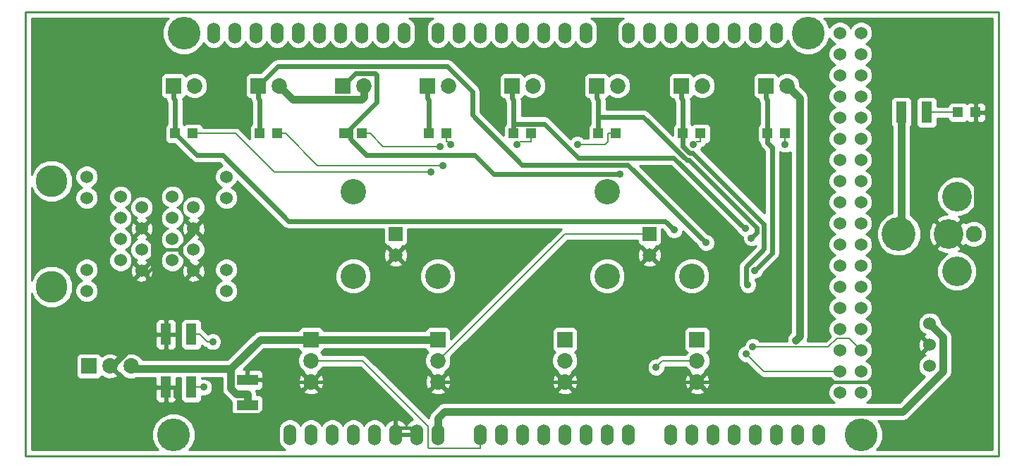
<source format=gtl>
G04 (created by PCBNEW-RS274X (2011-05-25)-stable) date Thu 31 Oct 2013 03:42:36 PM EDT*
G01*
G70*
G90*
%MOIN*%
G04 Gerber Fmt 3.4, Leading zero omitted, Abs format*
%FSLAX34Y34*%
G04 APERTURE LIST*
%ADD10C,0.006000*%
%ADD11C,0.009000*%
%ADD12C,0.076000*%
%ADD13C,0.140000*%
%ADD14C,0.160000*%
%ADD15C,0.155000*%
%ADD16O,0.060000X0.100000*%
%ADD17C,0.060000*%
%ADD18R,0.050000X0.100000*%
%ADD19R,0.047000X0.047000*%
%ADD20C,0.073000*%
%ADD21R,0.073000X0.073000*%
%ADD22R,0.100000X0.050000*%
%ADD23C,0.150000*%
%ADD24C,0.120000*%
%ADD25R,0.065000X0.065000*%
%ADD26C,0.065000*%
%ADD27C,0.035000*%
%ADD28C,0.036000*%
%ADD29C,0.008000*%
%ADD30C,0.024000*%
%ADD31C,0.016000*%
%ADD32C,0.010000*%
G04 APERTURE END LIST*
G54D10*
G54D11*
X89500Y-51500D02*
X43500Y-51500D01*
X43500Y-30500D02*
X89500Y-30500D01*
X43500Y-30500D02*
X43500Y-51500D01*
X89500Y-51500D02*
X89500Y-30500D01*
G54D12*
X88320Y-41000D03*
G54D13*
X87140Y-41000D03*
G54D14*
X84780Y-41000D03*
G54D13*
X87530Y-39230D03*
X87530Y-42770D03*
G54D15*
X50500Y-50500D03*
X51000Y-31500D03*
X83000Y-50500D03*
X80500Y-31500D03*
G54D16*
X56000Y-50500D03*
X57000Y-50500D03*
X58000Y-50500D03*
X59000Y-50500D03*
X60000Y-50500D03*
X61000Y-50500D03*
X62000Y-50500D03*
X63000Y-50500D03*
X65000Y-50500D03*
X66000Y-50500D03*
X67000Y-50500D03*
X68000Y-50500D03*
X69000Y-50500D03*
X70000Y-50500D03*
X71000Y-50500D03*
X72000Y-50500D03*
X74000Y-50500D03*
X75000Y-50500D03*
X76000Y-50500D03*
X77000Y-50500D03*
X78000Y-50500D03*
X79000Y-50500D03*
X80000Y-50500D03*
X81000Y-50500D03*
X52400Y-31500D03*
X53400Y-31500D03*
X54400Y-31500D03*
X55400Y-31500D03*
X56400Y-31500D03*
X57400Y-31500D03*
X58400Y-31500D03*
X59400Y-31500D03*
X60400Y-31500D03*
X61400Y-31500D03*
X63000Y-31500D03*
X70000Y-31500D03*
X69000Y-31500D03*
X68000Y-31500D03*
X67000Y-31500D03*
X66000Y-31500D03*
X65000Y-31500D03*
X64000Y-31500D03*
X72000Y-31500D03*
X73000Y-31500D03*
X74000Y-31500D03*
X75000Y-31500D03*
X76000Y-31500D03*
X77000Y-31500D03*
X78000Y-31500D03*
X79000Y-31500D03*
G54D17*
X82000Y-31500D03*
X83000Y-31500D03*
X82000Y-32500D03*
X83000Y-32500D03*
X82000Y-33500D03*
X83000Y-33500D03*
X82000Y-34500D03*
X83000Y-34500D03*
X82000Y-35500D03*
X83000Y-35500D03*
X82000Y-36500D03*
X83000Y-36500D03*
X82000Y-37500D03*
X83000Y-37500D03*
X82000Y-38500D03*
X83000Y-38500D03*
X82000Y-39500D03*
X83000Y-39500D03*
X82000Y-40500D03*
X83000Y-40500D03*
X82000Y-41500D03*
X83000Y-41500D03*
X82000Y-42500D03*
X83000Y-42500D03*
X82000Y-43500D03*
X83000Y-43500D03*
X82000Y-44500D03*
X83000Y-44500D03*
X82000Y-45500D03*
X83000Y-45500D03*
X82000Y-46500D03*
X83000Y-46500D03*
X82000Y-47500D03*
X83000Y-47500D03*
X82000Y-48500D03*
X83000Y-48500D03*
G54D18*
X84900Y-35250D03*
X86100Y-35250D03*
G54D19*
X55415Y-36250D03*
X54585Y-36250D03*
X87585Y-35250D03*
X88415Y-35250D03*
X51415Y-36250D03*
X50585Y-36250D03*
X79415Y-36250D03*
X78585Y-36250D03*
X75415Y-36250D03*
X74585Y-36250D03*
X59415Y-36250D03*
X58585Y-36250D03*
X63415Y-36250D03*
X62585Y-36250D03*
X67415Y-36250D03*
X66585Y-36250D03*
X71415Y-36250D03*
X70585Y-36250D03*
G54D20*
X69000Y-47000D03*
X69000Y-48000D03*
G54D21*
X69000Y-46000D03*
G54D20*
X75250Y-47000D03*
X75250Y-48000D03*
G54D21*
X75250Y-46000D03*
G54D20*
X63000Y-47000D03*
X63000Y-48000D03*
G54D21*
X63000Y-46000D03*
G54D20*
X57000Y-47000D03*
X57000Y-48000D03*
G54D21*
X57000Y-46000D03*
G54D20*
X51500Y-34000D03*
G54D21*
X50500Y-34000D03*
G54D20*
X55500Y-34000D03*
G54D21*
X54500Y-34000D03*
G54D20*
X59500Y-34000D03*
G54D21*
X58500Y-34000D03*
G54D20*
X63500Y-34000D03*
G54D21*
X62500Y-34000D03*
G54D20*
X67500Y-34000D03*
G54D21*
X66500Y-34000D03*
G54D20*
X71500Y-34000D03*
G54D21*
X70500Y-34000D03*
G54D20*
X75500Y-34000D03*
G54D21*
X74500Y-34000D03*
G54D20*
X79500Y-34000D03*
G54D21*
X78500Y-34000D03*
G54D18*
X51350Y-48250D03*
X50150Y-48250D03*
G54D22*
X54000Y-49100D03*
X54000Y-47900D03*
G54D18*
X50150Y-45750D03*
X51350Y-45750D03*
G54D23*
X44750Y-38500D03*
X44750Y-43500D03*
G54D17*
X46400Y-38300D03*
X46400Y-39300D03*
X46400Y-42700D03*
X46400Y-43700D03*
X48000Y-39250D03*
X48000Y-40250D03*
X48000Y-41250D03*
X48000Y-42250D03*
X49000Y-39750D03*
X49000Y-40750D03*
X49000Y-41750D03*
X49000Y-42750D03*
X50450Y-39250D03*
X50450Y-40250D03*
X51450Y-39750D03*
X51450Y-40750D03*
X50450Y-41250D03*
X51450Y-41750D03*
X50450Y-42250D03*
X51450Y-42750D03*
X53000Y-38300D03*
X53000Y-39300D03*
X53000Y-42700D03*
X53000Y-43700D03*
X86250Y-46250D03*
X86250Y-45250D03*
X86250Y-47250D03*
G54D24*
X59000Y-43000D03*
X59000Y-39000D03*
G54D25*
X61000Y-41000D03*
G54D26*
X61000Y-42000D03*
G54D24*
X63000Y-43000D03*
X71000Y-43000D03*
X71000Y-39000D03*
G54D25*
X73000Y-41000D03*
G54D26*
X73000Y-42000D03*
G54D24*
X75000Y-43000D03*
G54D20*
X47500Y-47250D03*
X48500Y-47250D03*
G54D21*
X46500Y-47250D03*
G54D27*
X73312Y-47306D03*
X77884Y-46346D03*
X74160Y-40817D03*
X75663Y-41415D03*
X71606Y-38173D03*
X77529Y-40736D03*
X77814Y-41192D03*
X77647Y-43399D03*
X77962Y-42725D03*
X77569Y-46676D03*
X66737Y-36770D03*
X75075Y-36767D03*
X63098Y-36862D03*
X62669Y-38075D03*
X79415Y-36763D03*
X63593Y-36767D03*
X69592Y-36770D03*
X51926Y-48250D03*
X63234Y-37757D03*
X52356Y-46096D03*
X79916Y-46023D03*
G54D28*
X57000Y-46000D02*
X56352Y-46000D01*
X54000Y-49100D02*
X54000Y-48567D01*
X57000Y-46000D02*
X63000Y-46000D01*
X48634Y-47384D02*
X53216Y-47384D01*
X48500Y-47250D02*
X48634Y-47384D01*
X53467Y-48567D02*
X54000Y-48567D01*
X53216Y-48316D02*
X53467Y-48567D01*
X53216Y-47384D02*
X53216Y-48316D01*
X54600Y-46000D02*
X56352Y-46000D01*
X53216Y-47384D02*
X54600Y-46000D01*
G54D29*
X62565Y-51143D02*
X65000Y-51143D01*
X62544Y-51122D02*
X62565Y-51143D01*
X62544Y-50100D02*
X62544Y-51122D01*
X59444Y-47000D02*
X62544Y-50100D01*
X57000Y-47000D02*
X59444Y-47000D01*
X65000Y-50500D02*
X65000Y-51143D01*
X69000Y-41000D02*
X63000Y-47000D01*
X73000Y-41000D02*
X69000Y-41000D01*
X73618Y-47000D02*
X73312Y-47306D01*
X75250Y-47000D02*
X73618Y-47000D01*
X81452Y-46346D02*
X77884Y-46346D01*
X81854Y-45944D02*
X81452Y-46346D01*
X82444Y-45944D02*
X81854Y-45944D01*
X83000Y-46500D02*
X82444Y-45944D01*
G54D30*
X51617Y-37282D02*
X50585Y-36250D01*
X52825Y-37282D02*
X51617Y-37282D01*
X55945Y-40402D02*
X52825Y-37282D01*
X73745Y-40402D02*
X55945Y-40402D01*
X74160Y-40817D02*
X73745Y-40402D01*
X50585Y-34673D02*
X50585Y-36250D01*
X50500Y-34588D02*
X50585Y-34673D01*
X50500Y-34000D02*
X50500Y-34588D01*
X54585Y-36250D02*
X54585Y-35792D01*
X54585Y-34673D02*
X54585Y-35792D01*
X54500Y-34588D02*
X54585Y-34673D01*
X54500Y-34000D02*
X54500Y-34588D01*
X55433Y-33067D02*
X54500Y-34000D01*
X63425Y-33067D02*
X55433Y-33067D01*
X64634Y-34276D02*
X63425Y-33067D01*
X64634Y-35388D02*
X64634Y-34276D01*
X66983Y-37737D02*
X64634Y-35388D01*
X71985Y-37737D02*
X66983Y-37737D01*
X75663Y-41415D02*
X71985Y-37737D01*
X58857Y-36250D02*
X58585Y-36250D01*
X59089Y-33411D02*
X58500Y-34000D01*
X60028Y-33411D02*
X59089Y-33411D01*
X60097Y-33480D02*
X60028Y-33411D01*
X60097Y-34777D02*
X60097Y-33480D01*
X58857Y-36017D02*
X60097Y-34777D01*
X58857Y-36250D02*
X58857Y-36017D01*
X58857Y-36522D02*
X58857Y-36250D01*
X59595Y-37260D02*
X58857Y-36522D01*
X64736Y-37260D02*
X59595Y-37260D01*
X65649Y-38173D02*
X64736Y-37260D01*
X71606Y-38173D02*
X65649Y-38173D01*
X62585Y-34673D02*
X62585Y-36250D01*
X62500Y-34588D02*
X62585Y-34673D01*
X62500Y-34000D02*
X62500Y-34588D01*
X66500Y-34000D02*
X66500Y-34588D01*
X66585Y-34673D02*
X66585Y-35791D01*
X66500Y-34588D02*
X66585Y-34673D01*
X66585Y-35791D02*
X66585Y-36250D01*
X77491Y-40736D02*
X77529Y-40736D01*
X74148Y-37393D02*
X77491Y-40736D01*
X69646Y-37393D02*
X74148Y-37393D01*
X68044Y-35791D02*
X69646Y-37393D01*
X66585Y-35791D02*
X68044Y-35791D01*
X70500Y-34000D02*
X70500Y-34588D01*
X70585Y-35465D02*
X70585Y-36250D01*
X70585Y-34673D02*
X70500Y-34588D01*
X70585Y-35465D02*
X70585Y-34673D01*
X78057Y-40949D02*
X77814Y-41192D01*
X78057Y-40698D02*
X78057Y-40949D01*
X74876Y-37517D02*
X78057Y-40698D01*
X74758Y-37517D02*
X74876Y-37517D01*
X72706Y-35465D02*
X74758Y-37517D01*
X70585Y-35465D02*
X72706Y-35465D01*
X74500Y-34000D02*
X74500Y-34588D01*
X74585Y-34673D02*
X74500Y-34588D01*
X74585Y-36250D02*
X74585Y-34673D01*
X74585Y-36250D02*
X74585Y-36708D01*
X77564Y-43316D02*
X77647Y-43399D01*
X77564Y-42560D02*
X77564Y-43316D01*
X78414Y-41710D02*
X77564Y-42560D01*
X78414Y-40537D02*
X78414Y-41710D01*
X75051Y-37174D02*
X78414Y-40537D01*
X74901Y-37174D02*
X75051Y-37174D01*
X74585Y-36858D02*
X74901Y-37174D01*
X74585Y-36708D02*
X74585Y-36858D01*
X78500Y-34000D02*
X78500Y-34588D01*
X78585Y-34673D02*
X78585Y-36250D01*
X78500Y-34588D02*
X78585Y-34673D01*
X78585Y-36250D02*
X78585Y-36708D01*
X78790Y-41897D02*
X77962Y-42725D01*
X78790Y-36913D02*
X78790Y-41897D01*
X78585Y-36708D02*
X78790Y-36913D01*
G54D29*
X78393Y-47500D02*
X82000Y-47500D01*
X77569Y-46676D02*
X78393Y-47500D01*
G54D28*
X63306Y-49411D02*
X63000Y-49717D01*
X84964Y-49411D02*
X63306Y-49411D01*
X86878Y-47497D02*
X84964Y-49411D01*
X86878Y-45878D02*
X86878Y-47497D01*
X86250Y-45250D02*
X86878Y-45878D01*
X63000Y-50500D02*
X63000Y-49717D01*
G54D31*
X88415Y-39725D02*
X87140Y-41000D01*
X88415Y-35250D02*
X88415Y-39725D01*
X47603Y-47353D02*
X47500Y-47250D01*
X50150Y-45750D02*
X49717Y-45750D01*
X49089Y-42839D02*
X49000Y-42750D01*
X49269Y-42839D02*
X49089Y-42839D01*
X49269Y-45750D02*
X49717Y-45750D01*
X49269Y-42839D02*
X49269Y-45750D01*
X49205Y-45751D02*
X47603Y-47353D01*
X49269Y-45751D02*
X49205Y-45751D01*
X49269Y-45750D02*
X49269Y-45751D01*
X49516Y-41266D02*
X49516Y-41750D01*
X49000Y-40750D02*
X49516Y-41266D01*
X49516Y-42592D02*
X49269Y-42839D01*
X49516Y-41750D02*
X49516Y-42592D01*
X50806Y-41750D02*
X49516Y-41750D01*
X50806Y-41921D02*
X50806Y-41750D01*
X51450Y-42565D02*
X50806Y-41921D01*
X51450Y-42750D02*
X51450Y-42565D01*
X51450Y-41000D02*
X51450Y-40750D01*
X50806Y-41644D02*
X51450Y-41000D01*
X50806Y-41750D02*
X50806Y-41644D01*
X54000Y-47900D02*
X54683Y-47900D01*
X54783Y-48000D02*
X54683Y-47900D01*
X48500Y-48250D02*
X47603Y-47353D01*
X50150Y-48250D02*
X48500Y-48250D01*
X54783Y-49325D02*
X54783Y-48000D01*
X54556Y-49552D02*
X54783Y-49325D01*
X51452Y-49552D02*
X54556Y-49552D01*
X50583Y-48683D02*
X51452Y-49552D01*
X50583Y-48250D02*
X50583Y-48683D01*
X50150Y-48250D02*
X50583Y-48250D01*
X69000Y-48000D02*
X75250Y-48000D01*
X84500Y-48000D02*
X86250Y-46250D01*
X75250Y-48000D02*
X84500Y-48000D01*
X69000Y-48000D02*
X63000Y-48000D01*
X54783Y-48000D02*
X57000Y-48000D01*
X59183Y-48000D02*
X61000Y-49817D01*
X57000Y-48000D02*
X59183Y-48000D01*
X61000Y-50500D02*
X61000Y-50158D01*
X61000Y-50158D02*
X61000Y-49817D01*
X61658Y-50158D02*
X62000Y-50500D01*
X61000Y-50158D02*
X61658Y-50158D01*
G54D29*
X67415Y-36250D02*
X67415Y-36628D01*
X66879Y-36628D02*
X66737Y-36770D01*
X67415Y-36628D02*
X66879Y-36628D01*
X75415Y-36250D02*
X75415Y-36628D01*
X75214Y-36628D02*
X75415Y-36628D01*
X75075Y-36767D02*
X75214Y-36628D01*
X59415Y-36250D02*
X59793Y-36250D01*
X60405Y-36862D02*
X59793Y-36250D01*
X63098Y-36862D02*
X60405Y-36862D01*
X53438Y-36250D02*
X51415Y-36250D01*
X55263Y-38075D02*
X53438Y-36250D01*
X62669Y-38075D02*
X55263Y-38075D01*
X79415Y-36763D02*
X79415Y-36250D01*
X63415Y-36250D02*
X63415Y-36628D01*
X63454Y-36628D02*
X63415Y-36628D01*
X63593Y-36767D02*
X63454Y-36628D01*
X71415Y-36250D02*
X71037Y-36250D01*
X70895Y-36770D02*
X69592Y-36770D01*
X71037Y-36628D02*
X70895Y-36770D01*
X71037Y-36250D02*
X71037Y-36628D01*
X51926Y-48250D02*
X51350Y-48250D01*
X87585Y-35250D02*
X86100Y-35250D01*
X55415Y-36250D02*
X55793Y-36250D01*
X57300Y-37757D02*
X63234Y-37757D01*
X55793Y-36250D02*
X57300Y-37757D01*
X52089Y-46096D02*
X51743Y-45750D01*
X52356Y-46096D02*
X52089Y-46096D01*
X51350Y-45750D02*
X51743Y-45750D01*
G54D28*
X84900Y-40880D02*
X84780Y-41000D01*
X84900Y-35250D02*
X84900Y-40880D01*
X80086Y-45853D02*
X79916Y-46023D01*
X80086Y-34586D02*
X80086Y-45853D01*
X79500Y-34000D02*
X80086Y-34586D01*
X56149Y-34649D02*
X55500Y-34000D01*
X59396Y-34649D02*
X56149Y-34649D01*
X59500Y-34545D02*
X59396Y-34649D01*
X59500Y-34000D02*
X59500Y-34545D01*
G54D10*
G36*
X81773Y-45000D02*
X81689Y-45035D01*
X81535Y-45189D01*
X81451Y-45391D01*
X81451Y-45609D01*
X81535Y-45811D01*
X81556Y-45832D01*
X81332Y-46056D01*
X80457Y-46056D01*
X80483Y-46018D01*
X80483Y-46017D01*
X80516Y-45853D01*
X80516Y-34586D01*
X80515Y-34585D01*
X80483Y-34421D01*
X80390Y-34282D01*
X80390Y-34281D01*
X80115Y-34006D01*
X80115Y-33878D01*
X80021Y-33652D01*
X79849Y-33479D01*
X79623Y-33385D01*
X79378Y-33385D01*
X79152Y-33479D01*
X79093Y-33536D01*
X79076Y-33494D01*
X79006Y-33424D01*
X78915Y-33386D01*
X78816Y-33386D01*
X78086Y-33386D01*
X77994Y-33424D01*
X77924Y-33494D01*
X77886Y-33585D01*
X77886Y-33684D01*
X77886Y-34414D01*
X77924Y-34506D01*
X77994Y-34576D01*
X78085Y-34614D01*
X78134Y-34614D01*
X78153Y-34705D01*
X78158Y-34730D01*
X78215Y-34815D01*
X78215Y-35801D01*
X78209Y-35804D01*
X78139Y-35874D01*
X78101Y-35965D01*
X78101Y-36064D01*
X78101Y-36534D01*
X78139Y-36626D01*
X78209Y-36696D01*
X78215Y-36698D01*
X78215Y-36703D01*
X78214Y-36708D01*
X78238Y-36825D01*
X78243Y-36850D01*
X78323Y-36970D01*
X78420Y-37066D01*
X78420Y-40019D01*
X75422Y-37021D01*
X75435Y-37008D01*
X75477Y-36905D01*
X75526Y-36896D01*
X75620Y-36833D01*
X75683Y-36739D01*
X75683Y-36734D01*
X75699Y-36734D01*
X75791Y-36696D01*
X75861Y-36626D01*
X75899Y-36535D01*
X75899Y-36436D01*
X75899Y-35966D01*
X75861Y-35874D01*
X75791Y-35804D01*
X75700Y-35766D01*
X75601Y-35766D01*
X75131Y-35766D01*
X75039Y-35804D01*
X75000Y-35843D01*
X74961Y-35804D01*
X74955Y-35801D01*
X74955Y-34673D01*
X74941Y-34602D01*
X75006Y-34576D01*
X75076Y-34506D01*
X75093Y-34463D01*
X75151Y-34521D01*
X75377Y-34615D01*
X75622Y-34615D01*
X75848Y-34521D01*
X76021Y-34349D01*
X76115Y-34123D01*
X76115Y-33878D01*
X76021Y-33652D01*
X75849Y-33479D01*
X75623Y-33385D01*
X75378Y-33385D01*
X75152Y-33479D01*
X75093Y-33536D01*
X75076Y-33494D01*
X75006Y-33424D01*
X74915Y-33386D01*
X74816Y-33386D01*
X74086Y-33386D01*
X73994Y-33424D01*
X73924Y-33494D01*
X73886Y-33585D01*
X73886Y-33684D01*
X73886Y-34414D01*
X73924Y-34506D01*
X73994Y-34576D01*
X74085Y-34614D01*
X74134Y-34614D01*
X74153Y-34705D01*
X74158Y-34730D01*
X74215Y-34815D01*
X74215Y-35801D01*
X74209Y-35804D01*
X74139Y-35874D01*
X74101Y-35965D01*
X74101Y-36064D01*
X74101Y-36336D01*
X72968Y-35203D01*
X72848Y-35123D01*
X72823Y-35118D01*
X72706Y-35094D01*
X72701Y-35095D01*
X70955Y-35095D01*
X70955Y-34673D01*
X70941Y-34602D01*
X71006Y-34576D01*
X71076Y-34506D01*
X71093Y-34463D01*
X71151Y-34521D01*
X71377Y-34615D01*
X71622Y-34615D01*
X71848Y-34521D01*
X72021Y-34349D01*
X72115Y-34123D01*
X72115Y-33878D01*
X72021Y-33652D01*
X71849Y-33479D01*
X71623Y-33385D01*
X71378Y-33385D01*
X71152Y-33479D01*
X71093Y-33536D01*
X71076Y-33494D01*
X71006Y-33424D01*
X70915Y-33386D01*
X70816Y-33386D01*
X70086Y-33386D01*
X69994Y-33424D01*
X69924Y-33494D01*
X69886Y-33585D01*
X69886Y-33684D01*
X69886Y-34414D01*
X69924Y-34506D01*
X69994Y-34576D01*
X70085Y-34614D01*
X70134Y-34614D01*
X70153Y-34705D01*
X70158Y-34730D01*
X70215Y-34815D01*
X70215Y-35465D01*
X70215Y-35801D01*
X70209Y-35804D01*
X70139Y-35874D01*
X70101Y-35965D01*
X70101Y-36064D01*
X70101Y-36480D01*
X69903Y-36480D01*
X69833Y-36410D01*
X69677Y-36345D01*
X69508Y-36345D01*
X69352Y-36409D01*
X69268Y-36492D01*
X68306Y-35529D01*
X68186Y-35449D01*
X68161Y-35444D01*
X68044Y-35420D01*
X68039Y-35421D01*
X66955Y-35421D01*
X66955Y-34673D01*
X66941Y-34602D01*
X67006Y-34576D01*
X67076Y-34506D01*
X67093Y-34463D01*
X67151Y-34521D01*
X67377Y-34615D01*
X67622Y-34615D01*
X67848Y-34521D01*
X68021Y-34349D01*
X68115Y-34123D01*
X68115Y-33878D01*
X68021Y-33652D01*
X67849Y-33479D01*
X67623Y-33385D01*
X67378Y-33385D01*
X67152Y-33479D01*
X67093Y-33536D01*
X67076Y-33494D01*
X67006Y-33424D01*
X66915Y-33386D01*
X66816Y-33386D01*
X66086Y-33386D01*
X65994Y-33424D01*
X65924Y-33494D01*
X65886Y-33585D01*
X65886Y-33684D01*
X65886Y-34414D01*
X65924Y-34506D01*
X65994Y-34576D01*
X66085Y-34614D01*
X66134Y-34614D01*
X66153Y-34705D01*
X66158Y-34730D01*
X66215Y-34815D01*
X66215Y-35791D01*
X66215Y-35801D01*
X66209Y-35804D01*
X66139Y-35874D01*
X66101Y-35965D01*
X66101Y-36064D01*
X66101Y-36331D01*
X65004Y-35234D01*
X65004Y-34276D01*
X65003Y-34275D01*
X65004Y-34275D01*
X64976Y-34134D01*
X64896Y-34014D01*
X64893Y-34012D01*
X63687Y-32805D01*
X63567Y-32725D01*
X63542Y-32720D01*
X63425Y-32696D01*
X63420Y-32697D01*
X55433Y-32697D01*
X55291Y-32725D01*
X55171Y-32805D01*
X55169Y-32807D01*
X54590Y-33386D01*
X54086Y-33386D01*
X53994Y-33424D01*
X53924Y-33494D01*
X53886Y-33585D01*
X53886Y-33684D01*
X53886Y-34414D01*
X53924Y-34506D01*
X53994Y-34576D01*
X54085Y-34614D01*
X54134Y-34614D01*
X54153Y-34705D01*
X54158Y-34730D01*
X54215Y-34815D01*
X54215Y-35792D01*
X54215Y-35801D01*
X54209Y-35804D01*
X54139Y-35874D01*
X54101Y-35965D01*
X54101Y-36064D01*
X54101Y-36503D01*
X53643Y-36045D01*
X53549Y-35982D01*
X53438Y-35960D01*
X51896Y-35960D01*
X51861Y-35874D01*
X51791Y-35804D01*
X51700Y-35766D01*
X51601Y-35766D01*
X51131Y-35766D01*
X51039Y-35804D01*
X51000Y-35843D01*
X50961Y-35804D01*
X50955Y-35801D01*
X50955Y-34673D01*
X50941Y-34602D01*
X51006Y-34576D01*
X51076Y-34506D01*
X51093Y-34463D01*
X51151Y-34521D01*
X51377Y-34615D01*
X51622Y-34615D01*
X51848Y-34521D01*
X52021Y-34349D01*
X52115Y-34123D01*
X52115Y-33878D01*
X52021Y-33652D01*
X51849Y-33479D01*
X51623Y-33385D01*
X51378Y-33385D01*
X51152Y-33479D01*
X51093Y-33536D01*
X51076Y-33494D01*
X51006Y-33424D01*
X50915Y-33386D01*
X50816Y-33386D01*
X50086Y-33386D01*
X49994Y-33424D01*
X49924Y-33494D01*
X49886Y-33585D01*
X49886Y-33684D01*
X49886Y-34414D01*
X49924Y-34506D01*
X49994Y-34576D01*
X50085Y-34614D01*
X50134Y-34614D01*
X50153Y-34705D01*
X50158Y-34730D01*
X50215Y-34815D01*
X50215Y-35801D01*
X50209Y-35804D01*
X50139Y-35874D01*
X50101Y-35965D01*
X50101Y-36064D01*
X50101Y-36534D01*
X50139Y-36626D01*
X50209Y-36696D01*
X50300Y-36734D01*
X50399Y-36734D01*
X50545Y-36734D01*
X51353Y-37541D01*
X51355Y-37544D01*
X51475Y-37624D01*
X51617Y-37652D01*
X52671Y-37652D01*
X52805Y-37786D01*
X52689Y-37835D01*
X52535Y-37989D01*
X52451Y-38191D01*
X52451Y-38409D01*
X52535Y-38611D01*
X52689Y-38765D01*
X52773Y-38800D01*
X52689Y-38835D01*
X52535Y-38989D01*
X52451Y-39191D01*
X52451Y-39409D01*
X52535Y-39611D01*
X52689Y-39765D01*
X52891Y-39849D01*
X53109Y-39849D01*
X53311Y-39765D01*
X53465Y-39611D01*
X53549Y-39409D01*
X53549Y-39191D01*
X53465Y-38989D01*
X53311Y-38835D01*
X53226Y-38800D01*
X53311Y-38765D01*
X53465Y-38611D01*
X53513Y-38494D01*
X55681Y-40661D01*
X55683Y-40664D01*
X55803Y-40744D01*
X55945Y-40772D01*
X60426Y-40772D01*
X60426Y-41374D01*
X60464Y-41466D01*
X60534Y-41536D01*
X60625Y-41574D01*
X60684Y-41574D01*
X60675Y-41604D01*
X61000Y-41929D01*
X61325Y-41604D01*
X61315Y-41574D01*
X61374Y-41574D01*
X61466Y-41536D01*
X61536Y-41466D01*
X61574Y-41375D01*
X61574Y-41276D01*
X61574Y-40772D01*
X68829Y-40772D01*
X68795Y-40795D01*
X63850Y-45740D01*
X63850Y-43170D01*
X63850Y-42832D01*
X63721Y-42520D01*
X63482Y-42280D01*
X63170Y-42150D01*
X62832Y-42150D01*
X62520Y-42279D01*
X62280Y-42518D01*
X62150Y-42830D01*
X62150Y-43168D01*
X62279Y-43480D01*
X62518Y-43720D01*
X62830Y-43850D01*
X63168Y-43850D01*
X63480Y-43721D01*
X63720Y-43482D01*
X63850Y-43170D01*
X63850Y-45740D01*
X63614Y-45976D01*
X63614Y-45586D01*
X63576Y-45494D01*
X63506Y-45424D01*
X63415Y-45386D01*
X63316Y-45386D01*
X62586Y-45386D01*
X62494Y-45424D01*
X62424Y-45494D01*
X62392Y-45570D01*
X61568Y-45570D01*
X61568Y-42084D01*
X61556Y-41861D01*
X61492Y-41704D01*
X61396Y-41675D01*
X61071Y-42000D01*
X61396Y-42325D01*
X61492Y-42296D01*
X61568Y-42084D01*
X61568Y-45570D01*
X61325Y-45570D01*
X61325Y-42396D01*
X61000Y-42071D01*
X60929Y-42142D01*
X60929Y-42000D01*
X60604Y-41675D01*
X60508Y-41704D01*
X60432Y-41916D01*
X60444Y-42139D01*
X60508Y-42296D01*
X60604Y-42325D01*
X60929Y-42000D01*
X60929Y-42142D01*
X60675Y-42396D01*
X60704Y-42492D01*
X60916Y-42568D01*
X61139Y-42556D01*
X61296Y-42492D01*
X61325Y-42396D01*
X61325Y-45570D01*
X59850Y-45570D01*
X59850Y-43170D01*
X59850Y-42832D01*
X59721Y-42520D01*
X59482Y-42280D01*
X59170Y-42150D01*
X58832Y-42150D01*
X58520Y-42279D01*
X58280Y-42518D01*
X58150Y-42830D01*
X58150Y-43168D01*
X58279Y-43480D01*
X58518Y-43720D01*
X58830Y-43850D01*
X59168Y-43850D01*
X59480Y-43721D01*
X59720Y-43482D01*
X59850Y-43170D01*
X59850Y-45570D01*
X57607Y-45570D01*
X57576Y-45494D01*
X57506Y-45424D01*
X57415Y-45386D01*
X57316Y-45386D01*
X56586Y-45386D01*
X56494Y-45424D01*
X56424Y-45494D01*
X56392Y-45570D01*
X56352Y-45570D01*
X54600Y-45570D01*
X54435Y-45603D01*
X54296Y-45696D01*
X53549Y-46443D01*
X53549Y-43809D01*
X53549Y-43591D01*
X53465Y-43389D01*
X53311Y-43235D01*
X53226Y-43200D01*
X53311Y-43165D01*
X53465Y-43011D01*
X53549Y-42809D01*
X53549Y-42591D01*
X53465Y-42389D01*
X53311Y-42235D01*
X53109Y-42151D01*
X52891Y-42151D01*
X52689Y-42235D01*
X52535Y-42389D01*
X52451Y-42591D01*
X52451Y-42809D01*
X52535Y-43011D01*
X52689Y-43165D01*
X52773Y-43200D01*
X52689Y-43235D01*
X52535Y-43389D01*
X52451Y-43591D01*
X52451Y-43809D01*
X52535Y-44011D01*
X52689Y-44165D01*
X52891Y-44249D01*
X53109Y-44249D01*
X53311Y-44165D01*
X53465Y-44011D01*
X53549Y-43809D01*
X53549Y-46443D01*
X53038Y-46954D01*
X52781Y-46954D01*
X52781Y-46181D01*
X52781Y-46012D01*
X52717Y-45856D01*
X52597Y-45736D01*
X52441Y-45671D01*
X52272Y-45671D01*
X52131Y-45728D01*
X51999Y-45596D01*
X51999Y-41859D01*
X51999Y-41641D01*
X51999Y-39859D01*
X51999Y-39641D01*
X51915Y-39439D01*
X51761Y-39285D01*
X51559Y-39201D01*
X51341Y-39201D01*
X51139Y-39285D01*
X50985Y-39439D01*
X50901Y-39641D01*
X50901Y-39859D01*
X50985Y-40061D01*
X51139Y-40215D01*
X51230Y-40252D01*
X51169Y-40278D01*
X51142Y-40372D01*
X51450Y-40679D01*
X51758Y-40372D01*
X51731Y-40278D01*
X51665Y-40254D01*
X51761Y-40215D01*
X51915Y-40061D01*
X51999Y-39859D01*
X51999Y-41641D01*
X51993Y-41626D01*
X51993Y-40829D01*
X51982Y-40616D01*
X51922Y-40469D01*
X51828Y-40442D01*
X51521Y-40750D01*
X51828Y-41058D01*
X51922Y-41031D01*
X51993Y-40829D01*
X51993Y-41626D01*
X51915Y-41439D01*
X51761Y-41285D01*
X51669Y-41247D01*
X51731Y-41222D01*
X51758Y-41128D01*
X51450Y-40821D01*
X51379Y-40891D01*
X51379Y-40750D01*
X51072Y-40442D01*
X50978Y-40469D01*
X50907Y-40671D01*
X50918Y-40884D01*
X50978Y-41031D01*
X51072Y-41058D01*
X51379Y-40750D01*
X51379Y-40891D01*
X51142Y-41128D01*
X51169Y-41222D01*
X51234Y-41245D01*
X51139Y-41285D01*
X50985Y-41439D01*
X50901Y-41641D01*
X50901Y-41859D01*
X50985Y-42061D01*
X51139Y-42215D01*
X51230Y-42252D01*
X51169Y-42278D01*
X51142Y-42372D01*
X51450Y-42679D01*
X51758Y-42372D01*
X51731Y-42278D01*
X51665Y-42254D01*
X51761Y-42215D01*
X51915Y-42061D01*
X51999Y-41859D01*
X51999Y-45596D01*
X51993Y-45590D01*
X51993Y-42829D01*
X51982Y-42616D01*
X51922Y-42469D01*
X51828Y-42442D01*
X51521Y-42750D01*
X51828Y-43058D01*
X51922Y-43031D01*
X51993Y-42829D01*
X51993Y-45590D01*
X51948Y-45545D01*
X51854Y-45482D01*
X51849Y-45481D01*
X51849Y-45201D01*
X51811Y-45109D01*
X51758Y-45056D01*
X51758Y-43128D01*
X51450Y-42821D01*
X51379Y-42891D01*
X51379Y-42750D01*
X51072Y-42442D01*
X50999Y-42462D01*
X50999Y-42359D01*
X50999Y-42141D01*
X50915Y-41939D01*
X50761Y-41785D01*
X50676Y-41750D01*
X50761Y-41715D01*
X50915Y-41561D01*
X50999Y-41359D01*
X50999Y-41141D01*
X50915Y-40939D01*
X50761Y-40785D01*
X50676Y-40750D01*
X50761Y-40715D01*
X50915Y-40561D01*
X50999Y-40359D01*
X50999Y-40141D01*
X50915Y-39939D01*
X50761Y-39785D01*
X50676Y-39750D01*
X50761Y-39715D01*
X50915Y-39561D01*
X50999Y-39359D01*
X50999Y-39141D01*
X50915Y-38939D01*
X50761Y-38785D01*
X50559Y-38701D01*
X50341Y-38701D01*
X50139Y-38785D01*
X49985Y-38939D01*
X49901Y-39141D01*
X49901Y-39359D01*
X49985Y-39561D01*
X50139Y-39715D01*
X50223Y-39750D01*
X50139Y-39785D01*
X49985Y-39939D01*
X49901Y-40141D01*
X49901Y-40359D01*
X49985Y-40561D01*
X50139Y-40715D01*
X50223Y-40750D01*
X50139Y-40785D01*
X49985Y-40939D01*
X49901Y-41141D01*
X49901Y-41359D01*
X49985Y-41561D01*
X50139Y-41715D01*
X50223Y-41750D01*
X50139Y-41785D01*
X49985Y-41939D01*
X49901Y-42141D01*
X49901Y-42359D01*
X49985Y-42561D01*
X50139Y-42715D01*
X50341Y-42799D01*
X50559Y-42799D01*
X50761Y-42715D01*
X50915Y-42561D01*
X50999Y-42359D01*
X50999Y-42462D01*
X50978Y-42469D01*
X50907Y-42671D01*
X50918Y-42884D01*
X50978Y-43031D01*
X51072Y-43058D01*
X51379Y-42750D01*
X51379Y-42891D01*
X51142Y-43128D01*
X51169Y-43222D01*
X51371Y-43293D01*
X51584Y-43282D01*
X51731Y-43222D01*
X51758Y-43128D01*
X51758Y-45056D01*
X51741Y-45039D01*
X51650Y-45001D01*
X51551Y-45001D01*
X51051Y-45001D01*
X50959Y-45039D01*
X50889Y-45109D01*
X50851Y-45200D01*
X50851Y-45299D01*
X50851Y-46299D01*
X50889Y-46391D01*
X50959Y-46461D01*
X51050Y-46499D01*
X51149Y-46499D01*
X51649Y-46499D01*
X51741Y-46461D01*
X51811Y-46391D01*
X51849Y-46300D01*
X51849Y-46266D01*
X51884Y-46301D01*
X51978Y-46364D01*
X52034Y-46375D01*
X52115Y-46456D01*
X52271Y-46521D01*
X52440Y-46521D01*
X52596Y-46457D01*
X52716Y-46337D01*
X52781Y-46181D01*
X52781Y-46954D01*
X50650Y-46954D01*
X50650Y-45862D01*
X50650Y-45638D01*
X50649Y-45299D01*
X50649Y-45200D01*
X50611Y-45109D01*
X50541Y-45039D01*
X50449Y-45001D01*
X50262Y-45000D01*
X50200Y-45062D01*
X50200Y-45700D01*
X50588Y-45700D01*
X50650Y-45638D01*
X50650Y-45862D01*
X50588Y-45800D01*
X50200Y-45800D01*
X50200Y-46438D01*
X50262Y-46500D01*
X50449Y-46499D01*
X50541Y-46461D01*
X50611Y-46391D01*
X50649Y-46300D01*
X50649Y-46201D01*
X50650Y-45862D01*
X50650Y-46954D01*
X50100Y-46954D01*
X50100Y-46438D01*
X50100Y-45800D01*
X50100Y-45700D01*
X50100Y-45062D01*
X50038Y-45000D01*
X49851Y-45001D01*
X49759Y-45039D01*
X49689Y-45109D01*
X49651Y-45200D01*
X49651Y-45299D01*
X49650Y-45638D01*
X49712Y-45700D01*
X50100Y-45700D01*
X50100Y-45800D01*
X49712Y-45800D01*
X49650Y-45862D01*
X49651Y-46201D01*
X49651Y-46300D01*
X49689Y-46391D01*
X49759Y-46461D01*
X49851Y-46499D01*
X50038Y-46500D01*
X50100Y-46438D01*
X50100Y-46954D01*
X49549Y-46954D01*
X49549Y-41859D01*
X49549Y-41641D01*
X49549Y-39859D01*
X49549Y-39641D01*
X49465Y-39439D01*
X49311Y-39285D01*
X49109Y-39201D01*
X48891Y-39201D01*
X48689Y-39285D01*
X48535Y-39439D01*
X48451Y-39641D01*
X48451Y-39859D01*
X48535Y-40061D01*
X48689Y-40215D01*
X48780Y-40252D01*
X48719Y-40278D01*
X48692Y-40372D01*
X49000Y-40679D01*
X49308Y-40372D01*
X49281Y-40278D01*
X49215Y-40254D01*
X49311Y-40215D01*
X49465Y-40061D01*
X49549Y-39859D01*
X49549Y-41641D01*
X49543Y-41626D01*
X49543Y-40829D01*
X49532Y-40616D01*
X49472Y-40469D01*
X49378Y-40442D01*
X49071Y-40750D01*
X49378Y-41058D01*
X49472Y-41031D01*
X49543Y-40829D01*
X49543Y-41626D01*
X49465Y-41439D01*
X49311Y-41285D01*
X49219Y-41247D01*
X49281Y-41222D01*
X49308Y-41128D01*
X49000Y-40821D01*
X48929Y-40891D01*
X48929Y-40750D01*
X48622Y-40442D01*
X48528Y-40469D01*
X48457Y-40671D01*
X48468Y-40884D01*
X48528Y-41031D01*
X48622Y-41058D01*
X48929Y-40750D01*
X48929Y-40891D01*
X48692Y-41128D01*
X48719Y-41222D01*
X48784Y-41245D01*
X48689Y-41285D01*
X48535Y-41439D01*
X48451Y-41641D01*
X48451Y-41859D01*
X48535Y-42061D01*
X48689Y-42215D01*
X48780Y-42252D01*
X48719Y-42278D01*
X48692Y-42372D01*
X49000Y-42679D01*
X49308Y-42372D01*
X49281Y-42278D01*
X49215Y-42254D01*
X49311Y-42215D01*
X49465Y-42061D01*
X49549Y-41859D01*
X49549Y-46954D01*
X49543Y-46954D01*
X49543Y-42829D01*
X49532Y-42616D01*
X49472Y-42469D01*
X49378Y-42442D01*
X49071Y-42750D01*
X49378Y-43058D01*
X49472Y-43031D01*
X49543Y-42829D01*
X49543Y-46954D01*
X49308Y-46954D01*
X49308Y-43128D01*
X49000Y-42821D01*
X48929Y-42891D01*
X48929Y-42750D01*
X48622Y-42442D01*
X48549Y-42462D01*
X48549Y-42359D01*
X48549Y-42141D01*
X48465Y-41939D01*
X48311Y-41785D01*
X48226Y-41750D01*
X48311Y-41715D01*
X48465Y-41561D01*
X48549Y-41359D01*
X48549Y-41141D01*
X48465Y-40939D01*
X48311Y-40785D01*
X48226Y-40750D01*
X48311Y-40715D01*
X48465Y-40561D01*
X48549Y-40359D01*
X48549Y-40141D01*
X48465Y-39939D01*
X48311Y-39785D01*
X48226Y-39750D01*
X48311Y-39715D01*
X48465Y-39561D01*
X48549Y-39359D01*
X48549Y-39141D01*
X48465Y-38939D01*
X48311Y-38785D01*
X48109Y-38701D01*
X47891Y-38701D01*
X47689Y-38785D01*
X47535Y-38939D01*
X47451Y-39141D01*
X47451Y-39359D01*
X47535Y-39561D01*
X47689Y-39715D01*
X47773Y-39750D01*
X47689Y-39785D01*
X47535Y-39939D01*
X47451Y-40141D01*
X47451Y-40359D01*
X47535Y-40561D01*
X47689Y-40715D01*
X47773Y-40750D01*
X47689Y-40785D01*
X47535Y-40939D01*
X47451Y-41141D01*
X47451Y-41359D01*
X47535Y-41561D01*
X47689Y-41715D01*
X47773Y-41750D01*
X47689Y-41785D01*
X47535Y-41939D01*
X47451Y-42141D01*
X47451Y-42359D01*
X47535Y-42561D01*
X47689Y-42715D01*
X47891Y-42799D01*
X48109Y-42799D01*
X48311Y-42715D01*
X48465Y-42561D01*
X48549Y-42359D01*
X48549Y-42462D01*
X48528Y-42469D01*
X48457Y-42671D01*
X48468Y-42884D01*
X48528Y-43031D01*
X48622Y-43058D01*
X48929Y-42750D01*
X48929Y-42891D01*
X48692Y-43128D01*
X48719Y-43222D01*
X48921Y-43293D01*
X49134Y-43282D01*
X49281Y-43222D01*
X49308Y-43128D01*
X49308Y-46954D01*
X49042Y-46954D01*
X49021Y-46902D01*
X48849Y-46729D01*
X48623Y-46635D01*
X48378Y-46635D01*
X48152Y-46729D01*
X47979Y-46901D01*
X47974Y-46912D01*
X47924Y-46896D01*
X47854Y-46966D01*
X47571Y-47250D01*
X47924Y-47604D01*
X47974Y-47587D01*
X47979Y-47598D01*
X48151Y-47771D01*
X48377Y-47865D01*
X48622Y-47865D01*
X48744Y-47814D01*
X49650Y-47814D01*
X49650Y-48138D01*
X49712Y-48200D01*
X50050Y-48200D01*
X50100Y-48200D01*
X50200Y-48200D01*
X50250Y-48200D01*
X50588Y-48200D01*
X50650Y-48138D01*
X50649Y-47814D01*
X50851Y-47814D01*
X50851Y-48799D01*
X50889Y-48891D01*
X50959Y-48961D01*
X51050Y-48999D01*
X51149Y-48999D01*
X51649Y-48999D01*
X51741Y-48961D01*
X51811Y-48891D01*
X51849Y-48800D01*
X51849Y-48701D01*
X51849Y-48675D01*
X52010Y-48675D01*
X52166Y-48611D01*
X52286Y-48491D01*
X52351Y-48335D01*
X52351Y-48166D01*
X52287Y-48010D01*
X52167Y-47890D01*
X52011Y-47825D01*
X51849Y-47825D01*
X51849Y-47814D01*
X52786Y-47814D01*
X52786Y-48316D01*
X52819Y-48481D01*
X52912Y-48620D01*
X53162Y-48870D01*
X53163Y-48871D01*
X53251Y-48929D01*
X53251Y-49399D01*
X53289Y-49491D01*
X53359Y-49561D01*
X53450Y-49599D01*
X53549Y-49599D01*
X54549Y-49599D01*
X54641Y-49561D01*
X54711Y-49491D01*
X54749Y-49400D01*
X54749Y-49301D01*
X54749Y-48801D01*
X54711Y-48709D01*
X54641Y-48639D01*
X54550Y-48601D01*
X54451Y-48601D01*
X54430Y-48601D01*
X54430Y-48567D01*
X54397Y-48402D01*
X54395Y-48399D01*
X54451Y-48399D01*
X54550Y-48399D01*
X54641Y-48361D01*
X54711Y-48291D01*
X54749Y-48199D01*
X54750Y-48012D01*
X54750Y-47788D01*
X54749Y-47601D01*
X54711Y-47509D01*
X54641Y-47439D01*
X54550Y-47401D01*
X54451Y-47401D01*
X54112Y-47400D01*
X54050Y-47462D01*
X54050Y-47850D01*
X54688Y-47850D01*
X54750Y-47788D01*
X54750Y-48012D01*
X54688Y-47950D01*
X54100Y-47950D01*
X54050Y-47950D01*
X53950Y-47950D01*
X53950Y-47850D01*
X53950Y-47800D01*
X53950Y-47462D01*
X53888Y-47400D01*
X53807Y-47400D01*
X54778Y-46430D01*
X56352Y-46430D01*
X56392Y-46430D01*
X56424Y-46506D01*
X56494Y-46576D01*
X56536Y-46593D01*
X56479Y-46651D01*
X56385Y-46877D01*
X56385Y-47122D01*
X56479Y-47348D01*
X56651Y-47521D01*
X56662Y-47525D01*
X56646Y-47576D01*
X57000Y-47929D01*
X57354Y-47576D01*
X57337Y-47525D01*
X57348Y-47521D01*
X57521Y-47349D01*
X57545Y-47290D01*
X59324Y-47290D01*
X61816Y-49782D01*
X61647Y-49875D01*
X61511Y-50043D01*
X61500Y-50080D01*
X61489Y-50043D01*
X61353Y-49875D01*
X61163Y-49772D01*
X61135Y-49768D01*
X61050Y-49815D01*
X61050Y-50450D01*
X61450Y-50450D01*
X61550Y-50450D01*
X61900Y-50450D01*
X61950Y-50450D01*
X62050Y-50450D01*
X62050Y-50550D01*
X61950Y-50550D01*
X61900Y-50550D01*
X61550Y-50550D01*
X61450Y-50550D01*
X61100Y-50550D01*
X61050Y-50550D01*
X60950Y-50550D01*
X60950Y-50450D01*
X60950Y-50400D01*
X60950Y-49815D01*
X60865Y-49768D01*
X60837Y-49772D01*
X60647Y-49875D01*
X60511Y-50043D01*
X60499Y-50081D01*
X60458Y-49980D01*
X60306Y-49829D01*
X60108Y-49746D01*
X59893Y-49746D01*
X59694Y-49828D01*
X59543Y-49980D01*
X59500Y-50082D01*
X59458Y-49980D01*
X59306Y-49829D01*
X59108Y-49746D01*
X58893Y-49746D01*
X58694Y-49828D01*
X58543Y-49980D01*
X58500Y-50082D01*
X58458Y-49980D01*
X58306Y-49829D01*
X58108Y-49746D01*
X57893Y-49746D01*
X57694Y-49828D01*
X57607Y-49915D01*
X57607Y-48095D01*
X57597Y-47856D01*
X57525Y-47680D01*
X57424Y-47646D01*
X57071Y-48000D01*
X57424Y-48354D01*
X57525Y-48320D01*
X57607Y-48095D01*
X57607Y-49915D01*
X57543Y-49980D01*
X57500Y-50082D01*
X57458Y-49980D01*
X57354Y-49876D01*
X57354Y-48424D01*
X57000Y-48071D01*
X56929Y-48141D01*
X56929Y-48000D01*
X56576Y-47646D01*
X56475Y-47680D01*
X56393Y-47905D01*
X56403Y-48144D01*
X56475Y-48320D01*
X56576Y-48354D01*
X56929Y-48000D01*
X56929Y-48141D01*
X56646Y-48424D01*
X56680Y-48525D01*
X56905Y-48607D01*
X57144Y-48597D01*
X57320Y-48525D01*
X57354Y-48424D01*
X57354Y-49876D01*
X57306Y-49829D01*
X57108Y-49746D01*
X56893Y-49746D01*
X56694Y-49828D01*
X56543Y-49980D01*
X56500Y-50082D01*
X56458Y-49980D01*
X56306Y-49829D01*
X56108Y-49746D01*
X55893Y-49746D01*
X55694Y-49828D01*
X55543Y-49980D01*
X55460Y-50178D01*
X55460Y-50393D01*
X55460Y-50821D01*
X55542Y-51020D01*
X55694Y-51171D01*
X55775Y-51205D01*
X51244Y-51205D01*
X51368Y-51081D01*
X51525Y-50705D01*
X51525Y-50297D01*
X51369Y-49920D01*
X51081Y-49632D01*
X50705Y-49475D01*
X50650Y-49475D01*
X50650Y-48362D01*
X50588Y-48300D01*
X50200Y-48300D01*
X50200Y-48938D01*
X50262Y-49000D01*
X50449Y-48999D01*
X50541Y-48961D01*
X50611Y-48891D01*
X50649Y-48800D01*
X50649Y-48701D01*
X50650Y-48362D01*
X50650Y-49475D01*
X50297Y-49475D01*
X50100Y-49556D01*
X50100Y-48938D01*
X50100Y-48300D01*
X49712Y-48300D01*
X49650Y-48362D01*
X49651Y-48701D01*
X49651Y-48800D01*
X49689Y-48891D01*
X49759Y-48961D01*
X49851Y-48999D01*
X50038Y-49000D01*
X50100Y-48938D01*
X50100Y-49556D01*
X49920Y-49631D01*
X49632Y-49919D01*
X49475Y-50295D01*
X49475Y-50703D01*
X49631Y-51080D01*
X49756Y-51205D01*
X47854Y-51205D01*
X47854Y-47674D01*
X47535Y-47356D01*
X47500Y-47321D01*
X47429Y-47250D01*
X47500Y-47179D01*
X47535Y-47144D01*
X47854Y-46826D01*
X47820Y-46725D01*
X47595Y-46643D01*
X47356Y-46653D01*
X47180Y-46725D01*
X47163Y-46772D01*
X47128Y-46737D01*
X47089Y-46775D01*
X47076Y-46744D01*
X47006Y-46674D01*
X46949Y-46650D01*
X46949Y-43809D01*
X46949Y-43591D01*
X46865Y-43389D01*
X46711Y-43235D01*
X46626Y-43200D01*
X46711Y-43165D01*
X46865Y-43011D01*
X46949Y-42809D01*
X46949Y-42591D01*
X46949Y-39409D01*
X46949Y-39191D01*
X46865Y-38989D01*
X46711Y-38835D01*
X46626Y-38800D01*
X46711Y-38765D01*
X46865Y-38611D01*
X46949Y-38409D01*
X46949Y-38191D01*
X46865Y-37989D01*
X46711Y-37835D01*
X46509Y-37751D01*
X46291Y-37751D01*
X46089Y-37835D01*
X45935Y-37989D01*
X45851Y-38191D01*
X45851Y-38409D01*
X45935Y-38611D01*
X46089Y-38765D01*
X46173Y-38800D01*
X46089Y-38835D01*
X45935Y-38989D01*
X45851Y-39191D01*
X45851Y-39409D01*
X45935Y-39611D01*
X46089Y-39765D01*
X46291Y-39849D01*
X46509Y-39849D01*
X46711Y-39765D01*
X46865Y-39611D01*
X46949Y-39409D01*
X46949Y-42591D01*
X46865Y-42389D01*
X46711Y-42235D01*
X46509Y-42151D01*
X46291Y-42151D01*
X46089Y-42235D01*
X45935Y-42389D01*
X45851Y-42591D01*
X45851Y-42809D01*
X45935Y-43011D01*
X46089Y-43165D01*
X46173Y-43200D01*
X46089Y-43235D01*
X45935Y-43389D01*
X45851Y-43591D01*
X45851Y-43809D01*
X45935Y-44011D01*
X46089Y-44165D01*
X46291Y-44249D01*
X46509Y-44249D01*
X46711Y-44165D01*
X46865Y-44011D01*
X46949Y-43809D01*
X46949Y-46650D01*
X46915Y-46636D01*
X46816Y-46636D01*
X46086Y-46636D01*
X45994Y-46674D01*
X45924Y-46744D01*
X45886Y-46835D01*
X45886Y-46934D01*
X45886Y-47664D01*
X45924Y-47756D01*
X45994Y-47826D01*
X46085Y-47864D01*
X46184Y-47864D01*
X46914Y-47864D01*
X47006Y-47826D01*
X47076Y-47756D01*
X47089Y-47724D01*
X47128Y-47763D01*
X47163Y-47727D01*
X47180Y-47775D01*
X47405Y-47857D01*
X47644Y-47847D01*
X47820Y-47775D01*
X47854Y-47674D01*
X47854Y-51205D01*
X43795Y-51205D01*
X43795Y-43806D01*
X43902Y-44066D01*
X44183Y-44347D01*
X44550Y-44500D01*
X44948Y-44500D01*
X45316Y-44348D01*
X45597Y-44067D01*
X45750Y-43700D01*
X45750Y-43302D01*
X45598Y-42934D01*
X45317Y-42653D01*
X44950Y-42500D01*
X44552Y-42500D01*
X44184Y-42652D01*
X43903Y-42933D01*
X43795Y-43192D01*
X43795Y-38806D01*
X43902Y-39066D01*
X44183Y-39347D01*
X44550Y-39500D01*
X44948Y-39500D01*
X45316Y-39348D01*
X45597Y-39067D01*
X45750Y-38700D01*
X45750Y-38302D01*
X45598Y-37934D01*
X45317Y-37653D01*
X44950Y-37500D01*
X44552Y-37500D01*
X44184Y-37652D01*
X43903Y-37933D01*
X43795Y-38192D01*
X43795Y-30795D01*
X50256Y-30795D01*
X50132Y-30919D01*
X49975Y-31295D01*
X49975Y-31703D01*
X50131Y-32080D01*
X50419Y-32368D01*
X50795Y-32525D01*
X51203Y-32525D01*
X51580Y-32369D01*
X51868Y-32081D01*
X51917Y-31961D01*
X51942Y-32020D01*
X52094Y-32171D01*
X52292Y-32254D01*
X52507Y-32254D01*
X52706Y-32172D01*
X52857Y-32020D01*
X52899Y-31917D01*
X52942Y-32020D01*
X53094Y-32171D01*
X53292Y-32254D01*
X53507Y-32254D01*
X53706Y-32172D01*
X53857Y-32020D01*
X53899Y-31917D01*
X53942Y-32020D01*
X54094Y-32171D01*
X54292Y-32254D01*
X54507Y-32254D01*
X54706Y-32172D01*
X54857Y-32020D01*
X54899Y-31917D01*
X54942Y-32020D01*
X55094Y-32171D01*
X55292Y-32254D01*
X55507Y-32254D01*
X55706Y-32172D01*
X55857Y-32020D01*
X55899Y-31917D01*
X55942Y-32020D01*
X56094Y-32171D01*
X56292Y-32254D01*
X56507Y-32254D01*
X56706Y-32172D01*
X56857Y-32020D01*
X56899Y-31917D01*
X56942Y-32020D01*
X57094Y-32171D01*
X57292Y-32254D01*
X57507Y-32254D01*
X57706Y-32172D01*
X57857Y-32020D01*
X57899Y-31917D01*
X57942Y-32020D01*
X58094Y-32171D01*
X58292Y-32254D01*
X58507Y-32254D01*
X58706Y-32172D01*
X58857Y-32020D01*
X58899Y-31917D01*
X58942Y-32020D01*
X59094Y-32171D01*
X59292Y-32254D01*
X59507Y-32254D01*
X59706Y-32172D01*
X59857Y-32020D01*
X59899Y-31917D01*
X59942Y-32020D01*
X60094Y-32171D01*
X60292Y-32254D01*
X60507Y-32254D01*
X60706Y-32172D01*
X60857Y-32020D01*
X60899Y-31917D01*
X60942Y-32020D01*
X61094Y-32171D01*
X61292Y-32254D01*
X61507Y-32254D01*
X61706Y-32172D01*
X61857Y-32020D01*
X61940Y-31822D01*
X61940Y-31607D01*
X61940Y-31179D01*
X61858Y-30980D01*
X61706Y-30829D01*
X61624Y-30795D01*
X62774Y-30795D01*
X62694Y-30828D01*
X62543Y-30980D01*
X62460Y-31178D01*
X62460Y-31393D01*
X62460Y-31821D01*
X62542Y-32020D01*
X62694Y-32171D01*
X62892Y-32254D01*
X63107Y-32254D01*
X63306Y-32172D01*
X63457Y-32020D01*
X63499Y-31917D01*
X63542Y-32020D01*
X63694Y-32171D01*
X63892Y-32254D01*
X64107Y-32254D01*
X64306Y-32172D01*
X64457Y-32020D01*
X64499Y-31917D01*
X64542Y-32020D01*
X64694Y-32171D01*
X64892Y-32254D01*
X65107Y-32254D01*
X65306Y-32172D01*
X65457Y-32020D01*
X65499Y-31917D01*
X65542Y-32020D01*
X65694Y-32171D01*
X65892Y-32254D01*
X66107Y-32254D01*
X66306Y-32172D01*
X66457Y-32020D01*
X66499Y-31917D01*
X66542Y-32020D01*
X66694Y-32171D01*
X66892Y-32254D01*
X67107Y-32254D01*
X67306Y-32172D01*
X67457Y-32020D01*
X67499Y-31917D01*
X67542Y-32020D01*
X67694Y-32171D01*
X67892Y-32254D01*
X68107Y-32254D01*
X68306Y-32172D01*
X68457Y-32020D01*
X68499Y-31917D01*
X68542Y-32020D01*
X68694Y-32171D01*
X68892Y-32254D01*
X69107Y-32254D01*
X69306Y-32172D01*
X69457Y-32020D01*
X69499Y-31917D01*
X69542Y-32020D01*
X69694Y-32171D01*
X69892Y-32254D01*
X70107Y-32254D01*
X70306Y-32172D01*
X70457Y-32020D01*
X70540Y-31822D01*
X70540Y-31607D01*
X70540Y-31179D01*
X70458Y-30980D01*
X70306Y-30829D01*
X70224Y-30795D01*
X71774Y-30795D01*
X71694Y-30828D01*
X71543Y-30980D01*
X71460Y-31178D01*
X71460Y-31393D01*
X71460Y-31821D01*
X71542Y-32020D01*
X71694Y-32171D01*
X71892Y-32254D01*
X72107Y-32254D01*
X72306Y-32172D01*
X72457Y-32020D01*
X72499Y-31917D01*
X72542Y-32020D01*
X72694Y-32171D01*
X72892Y-32254D01*
X73107Y-32254D01*
X73306Y-32172D01*
X73457Y-32020D01*
X73499Y-31917D01*
X73542Y-32020D01*
X73694Y-32171D01*
X73892Y-32254D01*
X74107Y-32254D01*
X74306Y-32172D01*
X74457Y-32020D01*
X74499Y-31917D01*
X74542Y-32020D01*
X74694Y-32171D01*
X74892Y-32254D01*
X75107Y-32254D01*
X75306Y-32172D01*
X75457Y-32020D01*
X75499Y-31917D01*
X75542Y-32020D01*
X75694Y-32171D01*
X75892Y-32254D01*
X76107Y-32254D01*
X76306Y-32172D01*
X76457Y-32020D01*
X76499Y-31917D01*
X76542Y-32020D01*
X76694Y-32171D01*
X76892Y-32254D01*
X77107Y-32254D01*
X77306Y-32172D01*
X77457Y-32020D01*
X77499Y-31917D01*
X77542Y-32020D01*
X77694Y-32171D01*
X77892Y-32254D01*
X78107Y-32254D01*
X78306Y-32172D01*
X78457Y-32020D01*
X78499Y-31917D01*
X78542Y-32020D01*
X78694Y-32171D01*
X78892Y-32254D01*
X79107Y-32254D01*
X79306Y-32172D01*
X79457Y-32020D01*
X79532Y-31840D01*
X79631Y-32080D01*
X79919Y-32368D01*
X80295Y-32525D01*
X80703Y-32525D01*
X81080Y-32369D01*
X81368Y-32081D01*
X81507Y-31745D01*
X81535Y-31811D01*
X81689Y-31965D01*
X81773Y-32000D01*
X81689Y-32035D01*
X81535Y-32189D01*
X81451Y-32391D01*
X81451Y-32609D01*
X81535Y-32811D01*
X81689Y-32965D01*
X81773Y-33000D01*
X81689Y-33035D01*
X81535Y-33189D01*
X81451Y-33391D01*
X81451Y-33609D01*
X81535Y-33811D01*
X81689Y-33965D01*
X81773Y-34000D01*
X81689Y-34035D01*
X81535Y-34189D01*
X81451Y-34391D01*
X81451Y-34609D01*
X81535Y-34811D01*
X81689Y-34965D01*
X81773Y-35000D01*
X81689Y-35035D01*
X81535Y-35189D01*
X81451Y-35391D01*
X81451Y-35609D01*
X81535Y-35811D01*
X81689Y-35965D01*
X81773Y-36000D01*
X81689Y-36035D01*
X81535Y-36189D01*
X81451Y-36391D01*
X81451Y-36609D01*
X81535Y-36811D01*
X81689Y-36965D01*
X81773Y-37000D01*
X81689Y-37035D01*
X81535Y-37189D01*
X81451Y-37391D01*
X81451Y-37609D01*
X81535Y-37811D01*
X81689Y-37965D01*
X81773Y-38000D01*
X81689Y-38035D01*
X81535Y-38189D01*
X81451Y-38391D01*
X81451Y-38609D01*
X81535Y-38811D01*
X81689Y-38965D01*
X81773Y-39000D01*
X81689Y-39035D01*
X81535Y-39189D01*
X81451Y-39391D01*
X81451Y-39609D01*
X81535Y-39811D01*
X81689Y-39965D01*
X81773Y-40000D01*
X81689Y-40035D01*
X81535Y-40189D01*
X81451Y-40391D01*
X81451Y-40609D01*
X81535Y-40811D01*
X81689Y-40965D01*
X81773Y-41000D01*
X81689Y-41035D01*
X81535Y-41189D01*
X81451Y-41391D01*
X81451Y-41609D01*
X81535Y-41811D01*
X81689Y-41965D01*
X81773Y-42000D01*
X81689Y-42035D01*
X81535Y-42189D01*
X81451Y-42391D01*
X81451Y-42609D01*
X81535Y-42811D01*
X81689Y-42965D01*
X81773Y-43000D01*
X81689Y-43035D01*
X81535Y-43189D01*
X81451Y-43391D01*
X81451Y-43609D01*
X81535Y-43811D01*
X81689Y-43965D01*
X81773Y-44000D01*
X81689Y-44035D01*
X81535Y-44189D01*
X81451Y-44391D01*
X81451Y-44609D01*
X81535Y-44811D01*
X81689Y-44965D01*
X81773Y-45000D01*
X81773Y-45000D01*
G37*
G54D32*
X81773Y-45000D02*
X81689Y-45035D01*
X81535Y-45189D01*
X81451Y-45391D01*
X81451Y-45609D01*
X81535Y-45811D01*
X81556Y-45832D01*
X81332Y-46056D01*
X80457Y-46056D01*
X80483Y-46018D01*
X80483Y-46017D01*
X80516Y-45853D01*
X80516Y-34586D01*
X80515Y-34585D01*
X80483Y-34421D01*
X80390Y-34282D01*
X80390Y-34281D01*
X80115Y-34006D01*
X80115Y-33878D01*
X80021Y-33652D01*
X79849Y-33479D01*
X79623Y-33385D01*
X79378Y-33385D01*
X79152Y-33479D01*
X79093Y-33536D01*
X79076Y-33494D01*
X79006Y-33424D01*
X78915Y-33386D01*
X78816Y-33386D01*
X78086Y-33386D01*
X77994Y-33424D01*
X77924Y-33494D01*
X77886Y-33585D01*
X77886Y-33684D01*
X77886Y-34414D01*
X77924Y-34506D01*
X77994Y-34576D01*
X78085Y-34614D01*
X78134Y-34614D01*
X78153Y-34705D01*
X78158Y-34730D01*
X78215Y-34815D01*
X78215Y-35801D01*
X78209Y-35804D01*
X78139Y-35874D01*
X78101Y-35965D01*
X78101Y-36064D01*
X78101Y-36534D01*
X78139Y-36626D01*
X78209Y-36696D01*
X78215Y-36698D01*
X78215Y-36703D01*
X78214Y-36708D01*
X78238Y-36825D01*
X78243Y-36850D01*
X78323Y-36970D01*
X78420Y-37066D01*
X78420Y-40019D01*
X75422Y-37021D01*
X75435Y-37008D01*
X75477Y-36905D01*
X75526Y-36896D01*
X75620Y-36833D01*
X75683Y-36739D01*
X75683Y-36734D01*
X75699Y-36734D01*
X75791Y-36696D01*
X75861Y-36626D01*
X75899Y-36535D01*
X75899Y-36436D01*
X75899Y-35966D01*
X75861Y-35874D01*
X75791Y-35804D01*
X75700Y-35766D01*
X75601Y-35766D01*
X75131Y-35766D01*
X75039Y-35804D01*
X75000Y-35843D01*
X74961Y-35804D01*
X74955Y-35801D01*
X74955Y-34673D01*
X74941Y-34602D01*
X75006Y-34576D01*
X75076Y-34506D01*
X75093Y-34463D01*
X75151Y-34521D01*
X75377Y-34615D01*
X75622Y-34615D01*
X75848Y-34521D01*
X76021Y-34349D01*
X76115Y-34123D01*
X76115Y-33878D01*
X76021Y-33652D01*
X75849Y-33479D01*
X75623Y-33385D01*
X75378Y-33385D01*
X75152Y-33479D01*
X75093Y-33536D01*
X75076Y-33494D01*
X75006Y-33424D01*
X74915Y-33386D01*
X74816Y-33386D01*
X74086Y-33386D01*
X73994Y-33424D01*
X73924Y-33494D01*
X73886Y-33585D01*
X73886Y-33684D01*
X73886Y-34414D01*
X73924Y-34506D01*
X73994Y-34576D01*
X74085Y-34614D01*
X74134Y-34614D01*
X74153Y-34705D01*
X74158Y-34730D01*
X74215Y-34815D01*
X74215Y-35801D01*
X74209Y-35804D01*
X74139Y-35874D01*
X74101Y-35965D01*
X74101Y-36064D01*
X74101Y-36336D01*
X72968Y-35203D01*
X72848Y-35123D01*
X72823Y-35118D01*
X72706Y-35094D01*
X72701Y-35095D01*
X70955Y-35095D01*
X70955Y-34673D01*
X70941Y-34602D01*
X71006Y-34576D01*
X71076Y-34506D01*
X71093Y-34463D01*
X71151Y-34521D01*
X71377Y-34615D01*
X71622Y-34615D01*
X71848Y-34521D01*
X72021Y-34349D01*
X72115Y-34123D01*
X72115Y-33878D01*
X72021Y-33652D01*
X71849Y-33479D01*
X71623Y-33385D01*
X71378Y-33385D01*
X71152Y-33479D01*
X71093Y-33536D01*
X71076Y-33494D01*
X71006Y-33424D01*
X70915Y-33386D01*
X70816Y-33386D01*
X70086Y-33386D01*
X69994Y-33424D01*
X69924Y-33494D01*
X69886Y-33585D01*
X69886Y-33684D01*
X69886Y-34414D01*
X69924Y-34506D01*
X69994Y-34576D01*
X70085Y-34614D01*
X70134Y-34614D01*
X70153Y-34705D01*
X70158Y-34730D01*
X70215Y-34815D01*
X70215Y-35465D01*
X70215Y-35801D01*
X70209Y-35804D01*
X70139Y-35874D01*
X70101Y-35965D01*
X70101Y-36064D01*
X70101Y-36480D01*
X69903Y-36480D01*
X69833Y-36410D01*
X69677Y-36345D01*
X69508Y-36345D01*
X69352Y-36409D01*
X69268Y-36492D01*
X68306Y-35529D01*
X68186Y-35449D01*
X68161Y-35444D01*
X68044Y-35420D01*
X68039Y-35421D01*
X66955Y-35421D01*
X66955Y-34673D01*
X66941Y-34602D01*
X67006Y-34576D01*
X67076Y-34506D01*
X67093Y-34463D01*
X67151Y-34521D01*
X67377Y-34615D01*
X67622Y-34615D01*
X67848Y-34521D01*
X68021Y-34349D01*
X68115Y-34123D01*
X68115Y-33878D01*
X68021Y-33652D01*
X67849Y-33479D01*
X67623Y-33385D01*
X67378Y-33385D01*
X67152Y-33479D01*
X67093Y-33536D01*
X67076Y-33494D01*
X67006Y-33424D01*
X66915Y-33386D01*
X66816Y-33386D01*
X66086Y-33386D01*
X65994Y-33424D01*
X65924Y-33494D01*
X65886Y-33585D01*
X65886Y-33684D01*
X65886Y-34414D01*
X65924Y-34506D01*
X65994Y-34576D01*
X66085Y-34614D01*
X66134Y-34614D01*
X66153Y-34705D01*
X66158Y-34730D01*
X66215Y-34815D01*
X66215Y-35791D01*
X66215Y-35801D01*
X66209Y-35804D01*
X66139Y-35874D01*
X66101Y-35965D01*
X66101Y-36064D01*
X66101Y-36331D01*
X65004Y-35234D01*
X65004Y-34276D01*
X65003Y-34275D01*
X65004Y-34275D01*
X64976Y-34134D01*
X64896Y-34014D01*
X64893Y-34012D01*
X63687Y-32805D01*
X63567Y-32725D01*
X63542Y-32720D01*
X63425Y-32696D01*
X63420Y-32697D01*
X55433Y-32697D01*
X55291Y-32725D01*
X55171Y-32805D01*
X55169Y-32807D01*
X54590Y-33386D01*
X54086Y-33386D01*
X53994Y-33424D01*
X53924Y-33494D01*
X53886Y-33585D01*
X53886Y-33684D01*
X53886Y-34414D01*
X53924Y-34506D01*
X53994Y-34576D01*
X54085Y-34614D01*
X54134Y-34614D01*
X54153Y-34705D01*
X54158Y-34730D01*
X54215Y-34815D01*
X54215Y-35792D01*
X54215Y-35801D01*
X54209Y-35804D01*
X54139Y-35874D01*
X54101Y-35965D01*
X54101Y-36064D01*
X54101Y-36503D01*
X53643Y-36045D01*
X53549Y-35982D01*
X53438Y-35960D01*
X51896Y-35960D01*
X51861Y-35874D01*
X51791Y-35804D01*
X51700Y-35766D01*
X51601Y-35766D01*
X51131Y-35766D01*
X51039Y-35804D01*
X51000Y-35843D01*
X50961Y-35804D01*
X50955Y-35801D01*
X50955Y-34673D01*
X50941Y-34602D01*
X51006Y-34576D01*
X51076Y-34506D01*
X51093Y-34463D01*
X51151Y-34521D01*
X51377Y-34615D01*
X51622Y-34615D01*
X51848Y-34521D01*
X52021Y-34349D01*
X52115Y-34123D01*
X52115Y-33878D01*
X52021Y-33652D01*
X51849Y-33479D01*
X51623Y-33385D01*
X51378Y-33385D01*
X51152Y-33479D01*
X51093Y-33536D01*
X51076Y-33494D01*
X51006Y-33424D01*
X50915Y-33386D01*
X50816Y-33386D01*
X50086Y-33386D01*
X49994Y-33424D01*
X49924Y-33494D01*
X49886Y-33585D01*
X49886Y-33684D01*
X49886Y-34414D01*
X49924Y-34506D01*
X49994Y-34576D01*
X50085Y-34614D01*
X50134Y-34614D01*
X50153Y-34705D01*
X50158Y-34730D01*
X50215Y-34815D01*
X50215Y-35801D01*
X50209Y-35804D01*
X50139Y-35874D01*
X50101Y-35965D01*
X50101Y-36064D01*
X50101Y-36534D01*
X50139Y-36626D01*
X50209Y-36696D01*
X50300Y-36734D01*
X50399Y-36734D01*
X50545Y-36734D01*
X51353Y-37541D01*
X51355Y-37544D01*
X51475Y-37624D01*
X51617Y-37652D01*
X52671Y-37652D01*
X52805Y-37786D01*
X52689Y-37835D01*
X52535Y-37989D01*
X52451Y-38191D01*
X52451Y-38409D01*
X52535Y-38611D01*
X52689Y-38765D01*
X52773Y-38800D01*
X52689Y-38835D01*
X52535Y-38989D01*
X52451Y-39191D01*
X52451Y-39409D01*
X52535Y-39611D01*
X52689Y-39765D01*
X52891Y-39849D01*
X53109Y-39849D01*
X53311Y-39765D01*
X53465Y-39611D01*
X53549Y-39409D01*
X53549Y-39191D01*
X53465Y-38989D01*
X53311Y-38835D01*
X53226Y-38800D01*
X53311Y-38765D01*
X53465Y-38611D01*
X53513Y-38494D01*
X55681Y-40661D01*
X55683Y-40664D01*
X55803Y-40744D01*
X55945Y-40772D01*
X60426Y-40772D01*
X60426Y-41374D01*
X60464Y-41466D01*
X60534Y-41536D01*
X60625Y-41574D01*
X60684Y-41574D01*
X60675Y-41604D01*
X61000Y-41929D01*
X61325Y-41604D01*
X61315Y-41574D01*
X61374Y-41574D01*
X61466Y-41536D01*
X61536Y-41466D01*
X61574Y-41375D01*
X61574Y-41276D01*
X61574Y-40772D01*
X68829Y-40772D01*
X68795Y-40795D01*
X63850Y-45740D01*
X63850Y-43170D01*
X63850Y-42832D01*
X63721Y-42520D01*
X63482Y-42280D01*
X63170Y-42150D01*
X62832Y-42150D01*
X62520Y-42279D01*
X62280Y-42518D01*
X62150Y-42830D01*
X62150Y-43168D01*
X62279Y-43480D01*
X62518Y-43720D01*
X62830Y-43850D01*
X63168Y-43850D01*
X63480Y-43721D01*
X63720Y-43482D01*
X63850Y-43170D01*
X63850Y-45740D01*
X63614Y-45976D01*
X63614Y-45586D01*
X63576Y-45494D01*
X63506Y-45424D01*
X63415Y-45386D01*
X63316Y-45386D01*
X62586Y-45386D01*
X62494Y-45424D01*
X62424Y-45494D01*
X62392Y-45570D01*
X61568Y-45570D01*
X61568Y-42084D01*
X61556Y-41861D01*
X61492Y-41704D01*
X61396Y-41675D01*
X61071Y-42000D01*
X61396Y-42325D01*
X61492Y-42296D01*
X61568Y-42084D01*
X61568Y-45570D01*
X61325Y-45570D01*
X61325Y-42396D01*
X61000Y-42071D01*
X60929Y-42142D01*
X60929Y-42000D01*
X60604Y-41675D01*
X60508Y-41704D01*
X60432Y-41916D01*
X60444Y-42139D01*
X60508Y-42296D01*
X60604Y-42325D01*
X60929Y-42000D01*
X60929Y-42142D01*
X60675Y-42396D01*
X60704Y-42492D01*
X60916Y-42568D01*
X61139Y-42556D01*
X61296Y-42492D01*
X61325Y-42396D01*
X61325Y-45570D01*
X59850Y-45570D01*
X59850Y-43170D01*
X59850Y-42832D01*
X59721Y-42520D01*
X59482Y-42280D01*
X59170Y-42150D01*
X58832Y-42150D01*
X58520Y-42279D01*
X58280Y-42518D01*
X58150Y-42830D01*
X58150Y-43168D01*
X58279Y-43480D01*
X58518Y-43720D01*
X58830Y-43850D01*
X59168Y-43850D01*
X59480Y-43721D01*
X59720Y-43482D01*
X59850Y-43170D01*
X59850Y-45570D01*
X57607Y-45570D01*
X57576Y-45494D01*
X57506Y-45424D01*
X57415Y-45386D01*
X57316Y-45386D01*
X56586Y-45386D01*
X56494Y-45424D01*
X56424Y-45494D01*
X56392Y-45570D01*
X56352Y-45570D01*
X54600Y-45570D01*
X54435Y-45603D01*
X54296Y-45696D01*
X53549Y-46443D01*
X53549Y-43809D01*
X53549Y-43591D01*
X53465Y-43389D01*
X53311Y-43235D01*
X53226Y-43200D01*
X53311Y-43165D01*
X53465Y-43011D01*
X53549Y-42809D01*
X53549Y-42591D01*
X53465Y-42389D01*
X53311Y-42235D01*
X53109Y-42151D01*
X52891Y-42151D01*
X52689Y-42235D01*
X52535Y-42389D01*
X52451Y-42591D01*
X52451Y-42809D01*
X52535Y-43011D01*
X52689Y-43165D01*
X52773Y-43200D01*
X52689Y-43235D01*
X52535Y-43389D01*
X52451Y-43591D01*
X52451Y-43809D01*
X52535Y-44011D01*
X52689Y-44165D01*
X52891Y-44249D01*
X53109Y-44249D01*
X53311Y-44165D01*
X53465Y-44011D01*
X53549Y-43809D01*
X53549Y-46443D01*
X53038Y-46954D01*
X52781Y-46954D01*
X52781Y-46181D01*
X52781Y-46012D01*
X52717Y-45856D01*
X52597Y-45736D01*
X52441Y-45671D01*
X52272Y-45671D01*
X52131Y-45728D01*
X51999Y-45596D01*
X51999Y-41859D01*
X51999Y-41641D01*
X51999Y-39859D01*
X51999Y-39641D01*
X51915Y-39439D01*
X51761Y-39285D01*
X51559Y-39201D01*
X51341Y-39201D01*
X51139Y-39285D01*
X50985Y-39439D01*
X50901Y-39641D01*
X50901Y-39859D01*
X50985Y-40061D01*
X51139Y-40215D01*
X51230Y-40252D01*
X51169Y-40278D01*
X51142Y-40372D01*
X51450Y-40679D01*
X51758Y-40372D01*
X51731Y-40278D01*
X51665Y-40254D01*
X51761Y-40215D01*
X51915Y-40061D01*
X51999Y-39859D01*
X51999Y-41641D01*
X51993Y-41626D01*
X51993Y-40829D01*
X51982Y-40616D01*
X51922Y-40469D01*
X51828Y-40442D01*
X51521Y-40750D01*
X51828Y-41058D01*
X51922Y-41031D01*
X51993Y-40829D01*
X51993Y-41626D01*
X51915Y-41439D01*
X51761Y-41285D01*
X51669Y-41247D01*
X51731Y-41222D01*
X51758Y-41128D01*
X51450Y-40821D01*
X51379Y-40891D01*
X51379Y-40750D01*
X51072Y-40442D01*
X50978Y-40469D01*
X50907Y-40671D01*
X50918Y-40884D01*
X50978Y-41031D01*
X51072Y-41058D01*
X51379Y-40750D01*
X51379Y-40891D01*
X51142Y-41128D01*
X51169Y-41222D01*
X51234Y-41245D01*
X51139Y-41285D01*
X50985Y-41439D01*
X50901Y-41641D01*
X50901Y-41859D01*
X50985Y-42061D01*
X51139Y-42215D01*
X51230Y-42252D01*
X51169Y-42278D01*
X51142Y-42372D01*
X51450Y-42679D01*
X51758Y-42372D01*
X51731Y-42278D01*
X51665Y-42254D01*
X51761Y-42215D01*
X51915Y-42061D01*
X51999Y-41859D01*
X51999Y-45596D01*
X51993Y-45590D01*
X51993Y-42829D01*
X51982Y-42616D01*
X51922Y-42469D01*
X51828Y-42442D01*
X51521Y-42750D01*
X51828Y-43058D01*
X51922Y-43031D01*
X51993Y-42829D01*
X51993Y-45590D01*
X51948Y-45545D01*
X51854Y-45482D01*
X51849Y-45481D01*
X51849Y-45201D01*
X51811Y-45109D01*
X51758Y-45056D01*
X51758Y-43128D01*
X51450Y-42821D01*
X51379Y-42891D01*
X51379Y-42750D01*
X51072Y-42442D01*
X50999Y-42462D01*
X50999Y-42359D01*
X50999Y-42141D01*
X50915Y-41939D01*
X50761Y-41785D01*
X50676Y-41750D01*
X50761Y-41715D01*
X50915Y-41561D01*
X50999Y-41359D01*
X50999Y-41141D01*
X50915Y-40939D01*
X50761Y-40785D01*
X50676Y-40750D01*
X50761Y-40715D01*
X50915Y-40561D01*
X50999Y-40359D01*
X50999Y-40141D01*
X50915Y-39939D01*
X50761Y-39785D01*
X50676Y-39750D01*
X50761Y-39715D01*
X50915Y-39561D01*
X50999Y-39359D01*
X50999Y-39141D01*
X50915Y-38939D01*
X50761Y-38785D01*
X50559Y-38701D01*
X50341Y-38701D01*
X50139Y-38785D01*
X49985Y-38939D01*
X49901Y-39141D01*
X49901Y-39359D01*
X49985Y-39561D01*
X50139Y-39715D01*
X50223Y-39750D01*
X50139Y-39785D01*
X49985Y-39939D01*
X49901Y-40141D01*
X49901Y-40359D01*
X49985Y-40561D01*
X50139Y-40715D01*
X50223Y-40750D01*
X50139Y-40785D01*
X49985Y-40939D01*
X49901Y-41141D01*
X49901Y-41359D01*
X49985Y-41561D01*
X50139Y-41715D01*
X50223Y-41750D01*
X50139Y-41785D01*
X49985Y-41939D01*
X49901Y-42141D01*
X49901Y-42359D01*
X49985Y-42561D01*
X50139Y-42715D01*
X50341Y-42799D01*
X50559Y-42799D01*
X50761Y-42715D01*
X50915Y-42561D01*
X50999Y-42359D01*
X50999Y-42462D01*
X50978Y-42469D01*
X50907Y-42671D01*
X50918Y-42884D01*
X50978Y-43031D01*
X51072Y-43058D01*
X51379Y-42750D01*
X51379Y-42891D01*
X51142Y-43128D01*
X51169Y-43222D01*
X51371Y-43293D01*
X51584Y-43282D01*
X51731Y-43222D01*
X51758Y-43128D01*
X51758Y-45056D01*
X51741Y-45039D01*
X51650Y-45001D01*
X51551Y-45001D01*
X51051Y-45001D01*
X50959Y-45039D01*
X50889Y-45109D01*
X50851Y-45200D01*
X50851Y-45299D01*
X50851Y-46299D01*
X50889Y-46391D01*
X50959Y-46461D01*
X51050Y-46499D01*
X51149Y-46499D01*
X51649Y-46499D01*
X51741Y-46461D01*
X51811Y-46391D01*
X51849Y-46300D01*
X51849Y-46266D01*
X51884Y-46301D01*
X51978Y-46364D01*
X52034Y-46375D01*
X52115Y-46456D01*
X52271Y-46521D01*
X52440Y-46521D01*
X52596Y-46457D01*
X52716Y-46337D01*
X52781Y-46181D01*
X52781Y-46954D01*
X50650Y-46954D01*
X50650Y-45862D01*
X50650Y-45638D01*
X50649Y-45299D01*
X50649Y-45200D01*
X50611Y-45109D01*
X50541Y-45039D01*
X50449Y-45001D01*
X50262Y-45000D01*
X50200Y-45062D01*
X50200Y-45700D01*
X50588Y-45700D01*
X50650Y-45638D01*
X50650Y-45862D01*
X50588Y-45800D01*
X50200Y-45800D01*
X50200Y-46438D01*
X50262Y-46500D01*
X50449Y-46499D01*
X50541Y-46461D01*
X50611Y-46391D01*
X50649Y-46300D01*
X50649Y-46201D01*
X50650Y-45862D01*
X50650Y-46954D01*
X50100Y-46954D01*
X50100Y-46438D01*
X50100Y-45800D01*
X50100Y-45700D01*
X50100Y-45062D01*
X50038Y-45000D01*
X49851Y-45001D01*
X49759Y-45039D01*
X49689Y-45109D01*
X49651Y-45200D01*
X49651Y-45299D01*
X49650Y-45638D01*
X49712Y-45700D01*
X50100Y-45700D01*
X50100Y-45800D01*
X49712Y-45800D01*
X49650Y-45862D01*
X49651Y-46201D01*
X49651Y-46300D01*
X49689Y-46391D01*
X49759Y-46461D01*
X49851Y-46499D01*
X50038Y-46500D01*
X50100Y-46438D01*
X50100Y-46954D01*
X49549Y-46954D01*
X49549Y-41859D01*
X49549Y-41641D01*
X49549Y-39859D01*
X49549Y-39641D01*
X49465Y-39439D01*
X49311Y-39285D01*
X49109Y-39201D01*
X48891Y-39201D01*
X48689Y-39285D01*
X48535Y-39439D01*
X48451Y-39641D01*
X48451Y-39859D01*
X48535Y-40061D01*
X48689Y-40215D01*
X48780Y-40252D01*
X48719Y-40278D01*
X48692Y-40372D01*
X49000Y-40679D01*
X49308Y-40372D01*
X49281Y-40278D01*
X49215Y-40254D01*
X49311Y-40215D01*
X49465Y-40061D01*
X49549Y-39859D01*
X49549Y-41641D01*
X49543Y-41626D01*
X49543Y-40829D01*
X49532Y-40616D01*
X49472Y-40469D01*
X49378Y-40442D01*
X49071Y-40750D01*
X49378Y-41058D01*
X49472Y-41031D01*
X49543Y-40829D01*
X49543Y-41626D01*
X49465Y-41439D01*
X49311Y-41285D01*
X49219Y-41247D01*
X49281Y-41222D01*
X49308Y-41128D01*
X49000Y-40821D01*
X48929Y-40891D01*
X48929Y-40750D01*
X48622Y-40442D01*
X48528Y-40469D01*
X48457Y-40671D01*
X48468Y-40884D01*
X48528Y-41031D01*
X48622Y-41058D01*
X48929Y-40750D01*
X48929Y-40891D01*
X48692Y-41128D01*
X48719Y-41222D01*
X48784Y-41245D01*
X48689Y-41285D01*
X48535Y-41439D01*
X48451Y-41641D01*
X48451Y-41859D01*
X48535Y-42061D01*
X48689Y-42215D01*
X48780Y-42252D01*
X48719Y-42278D01*
X48692Y-42372D01*
X49000Y-42679D01*
X49308Y-42372D01*
X49281Y-42278D01*
X49215Y-42254D01*
X49311Y-42215D01*
X49465Y-42061D01*
X49549Y-41859D01*
X49549Y-46954D01*
X49543Y-46954D01*
X49543Y-42829D01*
X49532Y-42616D01*
X49472Y-42469D01*
X49378Y-42442D01*
X49071Y-42750D01*
X49378Y-43058D01*
X49472Y-43031D01*
X49543Y-42829D01*
X49543Y-46954D01*
X49308Y-46954D01*
X49308Y-43128D01*
X49000Y-42821D01*
X48929Y-42891D01*
X48929Y-42750D01*
X48622Y-42442D01*
X48549Y-42462D01*
X48549Y-42359D01*
X48549Y-42141D01*
X48465Y-41939D01*
X48311Y-41785D01*
X48226Y-41750D01*
X48311Y-41715D01*
X48465Y-41561D01*
X48549Y-41359D01*
X48549Y-41141D01*
X48465Y-40939D01*
X48311Y-40785D01*
X48226Y-40750D01*
X48311Y-40715D01*
X48465Y-40561D01*
X48549Y-40359D01*
X48549Y-40141D01*
X48465Y-39939D01*
X48311Y-39785D01*
X48226Y-39750D01*
X48311Y-39715D01*
X48465Y-39561D01*
X48549Y-39359D01*
X48549Y-39141D01*
X48465Y-38939D01*
X48311Y-38785D01*
X48109Y-38701D01*
X47891Y-38701D01*
X47689Y-38785D01*
X47535Y-38939D01*
X47451Y-39141D01*
X47451Y-39359D01*
X47535Y-39561D01*
X47689Y-39715D01*
X47773Y-39750D01*
X47689Y-39785D01*
X47535Y-39939D01*
X47451Y-40141D01*
X47451Y-40359D01*
X47535Y-40561D01*
X47689Y-40715D01*
X47773Y-40750D01*
X47689Y-40785D01*
X47535Y-40939D01*
X47451Y-41141D01*
X47451Y-41359D01*
X47535Y-41561D01*
X47689Y-41715D01*
X47773Y-41750D01*
X47689Y-41785D01*
X47535Y-41939D01*
X47451Y-42141D01*
X47451Y-42359D01*
X47535Y-42561D01*
X47689Y-42715D01*
X47891Y-42799D01*
X48109Y-42799D01*
X48311Y-42715D01*
X48465Y-42561D01*
X48549Y-42359D01*
X48549Y-42462D01*
X48528Y-42469D01*
X48457Y-42671D01*
X48468Y-42884D01*
X48528Y-43031D01*
X48622Y-43058D01*
X48929Y-42750D01*
X48929Y-42891D01*
X48692Y-43128D01*
X48719Y-43222D01*
X48921Y-43293D01*
X49134Y-43282D01*
X49281Y-43222D01*
X49308Y-43128D01*
X49308Y-46954D01*
X49042Y-46954D01*
X49021Y-46902D01*
X48849Y-46729D01*
X48623Y-46635D01*
X48378Y-46635D01*
X48152Y-46729D01*
X47979Y-46901D01*
X47974Y-46912D01*
X47924Y-46896D01*
X47854Y-46966D01*
X47571Y-47250D01*
X47924Y-47604D01*
X47974Y-47587D01*
X47979Y-47598D01*
X48151Y-47771D01*
X48377Y-47865D01*
X48622Y-47865D01*
X48744Y-47814D01*
X49650Y-47814D01*
X49650Y-48138D01*
X49712Y-48200D01*
X50050Y-48200D01*
X50100Y-48200D01*
X50200Y-48200D01*
X50250Y-48200D01*
X50588Y-48200D01*
X50650Y-48138D01*
X50649Y-47814D01*
X50851Y-47814D01*
X50851Y-48799D01*
X50889Y-48891D01*
X50959Y-48961D01*
X51050Y-48999D01*
X51149Y-48999D01*
X51649Y-48999D01*
X51741Y-48961D01*
X51811Y-48891D01*
X51849Y-48800D01*
X51849Y-48701D01*
X51849Y-48675D01*
X52010Y-48675D01*
X52166Y-48611D01*
X52286Y-48491D01*
X52351Y-48335D01*
X52351Y-48166D01*
X52287Y-48010D01*
X52167Y-47890D01*
X52011Y-47825D01*
X51849Y-47825D01*
X51849Y-47814D01*
X52786Y-47814D01*
X52786Y-48316D01*
X52819Y-48481D01*
X52912Y-48620D01*
X53162Y-48870D01*
X53163Y-48871D01*
X53251Y-48929D01*
X53251Y-49399D01*
X53289Y-49491D01*
X53359Y-49561D01*
X53450Y-49599D01*
X53549Y-49599D01*
X54549Y-49599D01*
X54641Y-49561D01*
X54711Y-49491D01*
X54749Y-49400D01*
X54749Y-49301D01*
X54749Y-48801D01*
X54711Y-48709D01*
X54641Y-48639D01*
X54550Y-48601D01*
X54451Y-48601D01*
X54430Y-48601D01*
X54430Y-48567D01*
X54397Y-48402D01*
X54395Y-48399D01*
X54451Y-48399D01*
X54550Y-48399D01*
X54641Y-48361D01*
X54711Y-48291D01*
X54749Y-48199D01*
X54750Y-48012D01*
X54750Y-47788D01*
X54749Y-47601D01*
X54711Y-47509D01*
X54641Y-47439D01*
X54550Y-47401D01*
X54451Y-47401D01*
X54112Y-47400D01*
X54050Y-47462D01*
X54050Y-47850D01*
X54688Y-47850D01*
X54750Y-47788D01*
X54750Y-48012D01*
X54688Y-47950D01*
X54100Y-47950D01*
X54050Y-47950D01*
X53950Y-47950D01*
X53950Y-47850D01*
X53950Y-47800D01*
X53950Y-47462D01*
X53888Y-47400D01*
X53807Y-47400D01*
X54778Y-46430D01*
X56352Y-46430D01*
X56392Y-46430D01*
X56424Y-46506D01*
X56494Y-46576D01*
X56536Y-46593D01*
X56479Y-46651D01*
X56385Y-46877D01*
X56385Y-47122D01*
X56479Y-47348D01*
X56651Y-47521D01*
X56662Y-47525D01*
X56646Y-47576D01*
X57000Y-47929D01*
X57354Y-47576D01*
X57337Y-47525D01*
X57348Y-47521D01*
X57521Y-47349D01*
X57545Y-47290D01*
X59324Y-47290D01*
X61816Y-49782D01*
X61647Y-49875D01*
X61511Y-50043D01*
X61500Y-50080D01*
X61489Y-50043D01*
X61353Y-49875D01*
X61163Y-49772D01*
X61135Y-49768D01*
X61050Y-49815D01*
X61050Y-50450D01*
X61450Y-50450D01*
X61550Y-50450D01*
X61900Y-50450D01*
X61950Y-50450D01*
X62050Y-50450D01*
X62050Y-50550D01*
X61950Y-50550D01*
X61900Y-50550D01*
X61550Y-50550D01*
X61450Y-50550D01*
X61100Y-50550D01*
X61050Y-50550D01*
X60950Y-50550D01*
X60950Y-50450D01*
X60950Y-50400D01*
X60950Y-49815D01*
X60865Y-49768D01*
X60837Y-49772D01*
X60647Y-49875D01*
X60511Y-50043D01*
X60499Y-50081D01*
X60458Y-49980D01*
X60306Y-49829D01*
X60108Y-49746D01*
X59893Y-49746D01*
X59694Y-49828D01*
X59543Y-49980D01*
X59500Y-50082D01*
X59458Y-49980D01*
X59306Y-49829D01*
X59108Y-49746D01*
X58893Y-49746D01*
X58694Y-49828D01*
X58543Y-49980D01*
X58500Y-50082D01*
X58458Y-49980D01*
X58306Y-49829D01*
X58108Y-49746D01*
X57893Y-49746D01*
X57694Y-49828D01*
X57607Y-49915D01*
X57607Y-48095D01*
X57597Y-47856D01*
X57525Y-47680D01*
X57424Y-47646D01*
X57071Y-48000D01*
X57424Y-48354D01*
X57525Y-48320D01*
X57607Y-48095D01*
X57607Y-49915D01*
X57543Y-49980D01*
X57500Y-50082D01*
X57458Y-49980D01*
X57354Y-49876D01*
X57354Y-48424D01*
X57000Y-48071D01*
X56929Y-48141D01*
X56929Y-48000D01*
X56576Y-47646D01*
X56475Y-47680D01*
X56393Y-47905D01*
X56403Y-48144D01*
X56475Y-48320D01*
X56576Y-48354D01*
X56929Y-48000D01*
X56929Y-48141D01*
X56646Y-48424D01*
X56680Y-48525D01*
X56905Y-48607D01*
X57144Y-48597D01*
X57320Y-48525D01*
X57354Y-48424D01*
X57354Y-49876D01*
X57306Y-49829D01*
X57108Y-49746D01*
X56893Y-49746D01*
X56694Y-49828D01*
X56543Y-49980D01*
X56500Y-50082D01*
X56458Y-49980D01*
X56306Y-49829D01*
X56108Y-49746D01*
X55893Y-49746D01*
X55694Y-49828D01*
X55543Y-49980D01*
X55460Y-50178D01*
X55460Y-50393D01*
X55460Y-50821D01*
X55542Y-51020D01*
X55694Y-51171D01*
X55775Y-51205D01*
X51244Y-51205D01*
X51368Y-51081D01*
X51525Y-50705D01*
X51525Y-50297D01*
X51369Y-49920D01*
X51081Y-49632D01*
X50705Y-49475D01*
X50650Y-49475D01*
X50650Y-48362D01*
X50588Y-48300D01*
X50200Y-48300D01*
X50200Y-48938D01*
X50262Y-49000D01*
X50449Y-48999D01*
X50541Y-48961D01*
X50611Y-48891D01*
X50649Y-48800D01*
X50649Y-48701D01*
X50650Y-48362D01*
X50650Y-49475D01*
X50297Y-49475D01*
X50100Y-49556D01*
X50100Y-48938D01*
X50100Y-48300D01*
X49712Y-48300D01*
X49650Y-48362D01*
X49651Y-48701D01*
X49651Y-48800D01*
X49689Y-48891D01*
X49759Y-48961D01*
X49851Y-48999D01*
X50038Y-49000D01*
X50100Y-48938D01*
X50100Y-49556D01*
X49920Y-49631D01*
X49632Y-49919D01*
X49475Y-50295D01*
X49475Y-50703D01*
X49631Y-51080D01*
X49756Y-51205D01*
X47854Y-51205D01*
X47854Y-47674D01*
X47535Y-47356D01*
X47500Y-47321D01*
X47429Y-47250D01*
X47500Y-47179D01*
X47535Y-47144D01*
X47854Y-46826D01*
X47820Y-46725D01*
X47595Y-46643D01*
X47356Y-46653D01*
X47180Y-46725D01*
X47163Y-46772D01*
X47128Y-46737D01*
X47089Y-46775D01*
X47076Y-46744D01*
X47006Y-46674D01*
X46949Y-46650D01*
X46949Y-43809D01*
X46949Y-43591D01*
X46865Y-43389D01*
X46711Y-43235D01*
X46626Y-43200D01*
X46711Y-43165D01*
X46865Y-43011D01*
X46949Y-42809D01*
X46949Y-42591D01*
X46949Y-39409D01*
X46949Y-39191D01*
X46865Y-38989D01*
X46711Y-38835D01*
X46626Y-38800D01*
X46711Y-38765D01*
X46865Y-38611D01*
X46949Y-38409D01*
X46949Y-38191D01*
X46865Y-37989D01*
X46711Y-37835D01*
X46509Y-37751D01*
X46291Y-37751D01*
X46089Y-37835D01*
X45935Y-37989D01*
X45851Y-38191D01*
X45851Y-38409D01*
X45935Y-38611D01*
X46089Y-38765D01*
X46173Y-38800D01*
X46089Y-38835D01*
X45935Y-38989D01*
X45851Y-39191D01*
X45851Y-39409D01*
X45935Y-39611D01*
X46089Y-39765D01*
X46291Y-39849D01*
X46509Y-39849D01*
X46711Y-39765D01*
X46865Y-39611D01*
X46949Y-39409D01*
X46949Y-42591D01*
X46865Y-42389D01*
X46711Y-42235D01*
X46509Y-42151D01*
X46291Y-42151D01*
X46089Y-42235D01*
X45935Y-42389D01*
X45851Y-42591D01*
X45851Y-42809D01*
X45935Y-43011D01*
X46089Y-43165D01*
X46173Y-43200D01*
X46089Y-43235D01*
X45935Y-43389D01*
X45851Y-43591D01*
X45851Y-43809D01*
X45935Y-44011D01*
X46089Y-44165D01*
X46291Y-44249D01*
X46509Y-44249D01*
X46711Y-44165D01*
X46865Y-44011D01*
X46949Y-43809D01*
X46949Y-46650D01*
X46915Y-46636D01*
X46816Y-46636D01*
X46086Y-46636D01*
X45994Y-46674D01*
X45924Y-46744D01*
X45886Y-46835D01*
X45886Y-46934D01*
X45886Y-47664D01*
X45924Y-47756D01*
X45994Y-47826D01*
X46085Y-47864D01*
X46184Y-47864D01*
X46914Y-47864D01*
X47006Y-47826D01*
X47076Y-47756D01*
X47089Y-47724D01*
X47128Y-47763D01*
X47163Y-47727D01*
X47180Y-47775D01*
X47405Y-47857D01*
X47644Y-47847D01*
X47820Y-47775D01*
X47854Y-47674D01*
X47854Y-51205D01*
X43795Y-51205D01*
X43795Y-43806D01*
X43902Y-44066D01*
X44183Y-44347D01*
X44550Y-44500D01*
X44948Y-44500D01*
X45316Y-44348D01*
X45597Y-44067D01*
X45750Y-43700D01*
X45750Y-43302D01*
X45598Y-42934D01*
X45317Y-42653D01*
X44950Y-42500D01*
X44552Y-42500D01*
X44184Y-42652D01*
X43903Y-42933D01*
X43795Y-43192D01*
X43795Y-38806D01*
X43902Y-39066D01*
X44183Y-39347D01*
X44550Y-39500D01*
X44948Y-39500D01*
X45316Y-39348D01*
X45597Y-39067D01*
X45750Y-38700D01*
X45750Y-38302D01*
X45598Y-37934D01*
X45317Y-37653D01*
X44950Y-37500D01*
X44552Y-37500D01*
X44184Y-37652D01*
X43903Y-37933D01*
X43795Y-38192D01*
X43795Y-30795D01*
X50256Y-30795D01*
X50132Y-30919D01*
X49975Y-31295D01*
X49975Y-31703D01*
X50131Y-32080D01*
X50419Y-32368D01*
X50795Y-32525D01*
X51203Y-32525D01*
X51580Y-32369D01*
X51868Y-32081D01*
X51917Y-31961D01*
X51942Y-32020D01*
X52094Y-32171D01*
X52292Y-32254D01*
X52507Y-32254D01*
X52706Y-32172D01*
X52857Y-32020D01*
X52899Y-31917D01*
X52942Y-32020D01*
X53094Y-32171D01*
X53292Y-32254D01*
X53507Y-32254D01*
X53706Y-32172D01*
X53857Y-32020D01*
X53899Y-31917D01*
X53942Y-32020D01*
X54094Y-32171D01*
X54292Y-32254D01*
X54507Y-32254D01*
X54706Y-32172D01*
X54857Y-32020D01*
X54899Y-31917D01*
X54942Y-32020D01*
X55094Y-32171D01*
X55292Y-32254D01*
X55507Y-32254D01*
X55706Y-32172D01*
X55857Y-32020D01*
X55899Y-31917D01*
X55942Y-32020D01*
X56094Y-32171D01*
X56292Y-32254D01*
X56507Y-32254D01*
X56706Y-32172D01*
X56857Y-32020D01*
X56899Y-31917D01*
X56942Y-32020D01*
X57094Y-32171D01*
X57292Y-32254D01*
X57507Y-32254D01*
X57706Y-32172D01*
X57857Y-32020D01*
X57899Y-31917D01*
X57942Y-32020D01*
X58094Y-32171D01*
X58292Y-32254D01*
X58507Y-32254D01*
X58706Y-32172D01*
X58857Y-32020D01*
X58899Y-31917D01*
X58942Y-32020D01*
X59094Y-32171D01*
X59292Y-32254D01*
X59507Y-32254D01*
X59706Y-32172D01*
X59857Y-32020D01*
X59899Y-31917D01*
X59942Y-32020D01*
X60094Y-32171D01*
X60292Y-32254D01*
X60507Y-32254D01*
X60706Y-32172D01*
X60857Y-32020D01*
X60899Y-31917D01*
X60942Y-32020D01*
X61094Y-32171D01*
X61292Y-32254D01*
X61507Y-32254D01*
X61706Y-32172D01*
X61857Y-32020D01*
X61940Y-31822D01*
X61940Y-31607D01*
X61940Y-31179D01*
X61858Y-30980D01*
X61706Y-30829D01*
X61624Y-30795D01*
X62774Y-30795D01*
X62694Y-30828D01*
X62543Y-30980D01*
X62460Y-31178D01*
X62460Y-31393D01*
X62460Y-31821D01*
X62542Y-32020D01*
X62694Y-32171D01*
X62892Y-32254D01*
X63107Y-32254D01*
X63306Y-32172D01*
X63457Y-32020D01*
X63499Y-31917D01*
X63542Y-32020D01*
X63694Y-32171D01*
X63892Y-32254D01*
X64107Y-32254D01*
X64306Y-32172D01*
X64457Y-32020D01*
X64499Y-31917D01*
X64542Y-32020D01*
X64694Y-32171D01*
X64892Y-32254D01*
X65107Y-32254D01*
X65306Y-32172D01*
X65457Y-32020D01*
X65499Y-31917D01*
X65542Y-32020D01*
X65694Y-32171D01*
X65892Y-32254D01*
X66107Y-32254D01*
X66306Y-32172D01*
X66457Y-32020D01*
X66499Y-31917D01*
X66542Y-32020D01*
X66694Y-32171D01*
X66892Y-32254D01*
X67107Y-32254D01*
X67306Y-32172D01*
X67457Y-32020D01*
X67499Y-31917D01*
X67542Y-32020D01*
X67694Y-32171D01*
X67892Y-32254D01*
X68107Y-32254D01*
X68306Y-32172D01*
X68457Y-32020D01*
X68499Y-31917D01*
X68542Y-32020D01*
X68694Y-32171D01*
X68892Y-32254D01*
X69107Y-32254D01*
X69306Y-32172D01*
X69457Y-32020D01*
X69499Y-31917D01*
X69542Y-32020D01*
X69694Y-32171D01*
X69892Y-32254D01*
X70107Y-32254D01*
X70306Y-32172D01*
X70457Y-32020D01*
X70540Y-31822D01*
X70540Y-31607D01*
X70540Y-31179D01*
X70458Y-30980D01*
X70306Y-30829D01*
X70224Y-30795D01*
X71774Y-30795D01*
X71694Y-30828D01*
X71543Y-30980D01*
X71460Y-31178D01*
X71460Y-31393D01*
X71460Y-31821D01*
X71542Y-32020D01*
X71694Y-32171D01*
X71892Y-32254D01*
X72107Y-32254D01*
X72306Y-32172D01*
X72457Y-32020D01*
X72499Y-31917D01*
X72542Y-32020D01*
X72694Y-32171D01*
X72892Y-32254D01*
X73107Y-32254D01*
X73306Y-32172D01*
X73457Y-32020D01*
X73499Y-31917D01*
X73542Y-32020D01*
X73694Y-32171D01*
X73892Y-32254D01*
X74107Y-32254D01*
X74306Y-32172D01*
X74457Y-32020D01*
X74499Y-31917D01*
X74542Y-32020D01*
X74694Y-32171D01*
X74892Y-32254D01*
X75107Y-32254D01*
X75306Y-32172D01*
X75457Y-32020D01*
X75499Y-31917D01*
X75542Y-32020D01*
X75694Y-32171D01*
X75892Y-32254D01*
X76107Y-32254D01*
X76306Y-32172D01*
X76457Y-32020D01*
X76499Y-31917D01*
X76542Y-32020D01*
X76694Y-32171D01*
X76892Y-32254D01*
X77107Y-32254D01*
X77306Y-32172D01*
X77457Y-32020D01*
X77499Y-31917D01*
X77542Y-32020D01*
X77694Y-32171D01*
X77892Y-32254D01*
X78107Y-32254D01*
X78306Y-32172D01*
X78457Y-32020D01*
X78499Y-31917D01*
X78542Y-32020D01*
X78694Y-32171D01*
X78892Y-32254D01*
X79107Y-32254D01*
X79306Y-32172D01*
X79457Y-32020D01*
X79532Y-31840D01*
X79631Y-32080D01*
X79919Y-32368D01*
X80295Y-32525D01*
X80703Y-32525D01*
X81080Y-32369D01*
X81368Y-32081D01*
X81507Y-31745D01*
X81535Y-31811D01*
X81689Y-31965D01*
X81773Y-32000D01*
X81689Y-32035D01*
X81535Y-32189D01*
X81451Y-32391D01*
X81451Y-32609D01*
X81535Y-32811D01*
X81689Y-32965D01*
X81773Y-33000D01*
X81689Y-33035D01*
X81535Y-33189D01*
X81451Y-33391D01*
X81451Y-33609D01*
X81535Y-33811D01*
X81689Y-33965D01*
X81773Y-34000D01*
X81689Y-34035D01*
X81535Y-34189D01*
X81451Y-34391D01*
X81451Y-34609D01*
X81535Y-34811D01*
X81689Y-34965D01*
X81773Y-35000D01*
X81689Y-35035D01*
X81535Y-35189D01*
X81451Y-35391D01*
X81451Y-35609D01*
X81535Y-35811D01*
X81689Y-35965D01*
X81773Y-36000D01*
X81689Y-36035D01*
X81535Y-36189D01*
X81451Y-36391D01*
X81451Y-36609D01*
X81535Y-36811D01*
X81689Y-36965D01*
X81773Y-37000D01*
X81689Y-37035D01*
X81535Y-37189D01*
X81451Y-37391D01*
X81451Y-37609D01*
X81535Y-37811D01*
X81689Y-37965D01*
X81773Y-38000D01*
X81689Y-38035D01*
X81535Y-38189D01*
X81451Y-38391D01*
X81451Y-38609D01*
X81535Y-38811D01*
X81689Y-38965D01*
X81773Y-39000D01*
X81689Y-39035D01*
X81535Y-39189D01*
X81451Y-39391D01*
X81451Y-39609D01*
X81535Y-39811D01*
X81689Y-39965D01*
X81773Y-40000D01*
X81689Y-40035D01*
X81535Y-40189D01*
X81451Y-40391D01*
X81451Y-40609D01*
X81535Y-40811D01*
X81689Y-40965D01*
X81773Y-41000D01*
X81689Y-41035D01*
X81535Y-41189D01*
X81451Y-41391D01*
X81451Y-41609D01*
X81535Y-41811D01*
X81689Y-41965D01*
X81773Y-42000D01*
X81689Y-42035D01*
X81535Y-42189D01*
X81451Y-42391D01*
X81451Y-42609D01*
X81535Y-42811D01*
X81689Y-42965D01*
X81773Y-43000D01*
X81689Y-43035D01*
X81535Y-43189D01*
X81451Y-43391D01*
X81451Y-43609D01*
X81535Y-43811D01*
X81689Y-43965D01*
X81773Y-44000D01*
X81689Y-44035D01*
X81535Y-44189D01*
X81451Y-44391D01*
X81451Y-44609D01*
X81535Y-44811D01*
X81689Y-44965D01*
X81773Y-45000D01*
G54D10*
G36*
X81773Y-48000D02*
X81689Y-48035D01*
X81535Y-48189D01*
X81451Y-48391D01*
X81451Y-48609D01*
X81535Y-48811D01*
X81689Y-48965D01*
X81727Y-48981D01*
X75865Y-48981D01*
X75865Y-47123D01*
X75865Y-46878D01*
X75771Y-46652D01*
X75713Y-46593D01*
X75756Y-46576D01*
X75826Y-46506D01*
X75864Y-46415D01*
X75864Y-46316D01*
X75864Y-45586D01*
X75850Y-45552D01*
X75850Y-43170D01*
X75850Y-42832D01*
X75721Y-42520D01*
X75482Y-42280D01*
X75170Y-42150D01*
X74832Y-42150D01*
X74520Y-42279D01*
X74280Y-42518D01*
X74150Y-42830D01*
X74150Y-43168D01*
X74279Y-43480D01*
X74518Y-43720D01*
X74830Y-43850D01*
X75168Y-43850D01*
X75480Y-43721D01*
X75720Y-43482D01*
X75850Y-43170D01*
X75850Y-45552D01*
X75826Y-45494D01*
X75756Y-45424D01*
X75665Y-45386D01*
X75566Y-45386D01*
X74836Y-45386D01*
X74744Y-45424D01*
X74674Y-45494D01*
X74636Y-45585D01*
X74636Y-45684D01*
X74636Y-46414D01*
X74674Y-46506D01*
X74744Y-46576D01*
X74786Y-46593D01*
X74729Y-46651D01*
X74704Y-46710D01*
X73618Y-46710D01*
X73568Y-46719D01*
X73568Y-42084D01*
X73556Y-41861D01*
X73492Y-41704D01*
X73396Y-41675D01*
X73071Y-42000D01*
X73396Y-42325D01*
X73492Y-42296D01*
X73568Y-42084D01*
X73568Y-46719D01*
X73507Y-46732D01*
X73475Y-46753D01*
X73412Y-46795D01*
X73326Y-46881D01*
X73325Y-46881D01*
X73325Y-42396D01*
X73000Y-42071D01*
X72929Y-42142D01*
X72929Y-42000D01*
X72604Y-41675D01*
X72508Y-41704D01*
X72432Y-41916D01*
X72444Y-42139D01*
X72508Y-42296D01*
X72604Y-42325D01*
X72929Y-42000D01*
X72929Y-42142D01*
X72675Y-42396D01*
X72704Y-42492D01*
X72916Y-42568D01*
X73139Y-42556D01*
X73296Y-42492D01*
X73325Y-42396D01*
X73325Y-46881D01*
X73228Y-46881D01*
X73072Y-46945D01*
X72952Y-47065D01*
X72887Y-47221D01*
X72887Y-47390D01*
X72951Y-47546D01*
X73071Y-47666D01*
X73227Y-47731D01*
X73396Y-47731D01*
X73552Y-47667D01*
X73672Y-47547D01*
X73737Y-47391D01*
X73737Y-47291D01*
X73737Y-47290D01*
X73738Y-47290D01*
X74704Y-47290D01*
X74729Y-47348D01*
X74901Y-47521D01*
X74912Y-47525D01*
X74896Y-47576D01*
X75250Y-47929D01*
X75604Y-47576D01*
X75587Y-47525D01*
X75598Y-47521D01*
X75771Y-47349D01*
X75865Y-47123D01*
X75865Y-48981D01*
X75857Y-48981D01*
X75857Y-48095D01*
X75847Y-47856D01*
X75775Y-47680D01*
X75674Y-47646D01*
X75321Y-48000D01*
X75674Y-48354D01*
X75775Y-48320D01*
X75857Y-48095D01*
X75857Y-48981D01*
X75604Y-48981D01*
X75604Y-48424D01*
X75250Y-48071D01*
X75179Y-48141D01*
X75179Y-48000D01*
X74826Y-47646D01*
X74725Y-47680D01*
X74643Y-47905D01*
X74653Y-48144D01*
X74725Y-48320D01*
X74826Y-48354D01*
X75179Y-48000D01*
X75179Y-48141D01*
X74896Y-48424D01*
X74930Y-48525D01*
X75155Y-48607D01*
X75394Y-48597D01*
X75570Y-48525D01*
X75604Y-48424D01*
X75604Y-48981D01*
X71850Y-48981D01*
X71850Y-43170D01*
X71850Y-42832D01*
X71721Y-42520D01*
X71482Y-42280D01*
X71170Y-42150D01*
X70832Y-42150D01*
X70520Y-42279D01*
X70280Y-42518D01*
X70150Y-42830D01*
X70150Y-43168D01*
X70279Y-43480D01*
X70518Y-43720D01*
X70830Y-43850D01*
X71168Y-43850D01*
X71480Y-43721D01*
X71720Y-43482D01*
X71850Y-43170D01*
X71850Y-48981D01*
X69615Y-48981D01*
X69615Y-47123D01*
X69615Y-46878D01*
X69521Y-46652D01*
X69463Y-46593D01*
X69506Y-46576D01*
X69576Y-46506D01*
X69614Y-46415D01*
X69614Y-46316D01*
X69614Y-45586D01*
X69576Y-45494D01*
X69506Y-45424D01*
X69415Y-45386D01*
X69316Y-45386D01*
X68586Y-45386D01*
X68494Y-45424D01*
X68424Y-45494D01*
X68386Y-45585D01*
X68386Y-45684D01*
X68386Y-46414D01*
X68424Y-46506D01*
X68494Y-46576D01*
X68536Y-46593D01*
X68479Y-46651D01*
X68385Y-46877D01*
X68385Y-47122D01*
X68479Y-47348D01*
X68651Y-47521D01*
X68662Y-47525D01*
X68646Y-47576D01*
X69000Y-47929D01*
X69354Y-47576D01*
X69337Y-47525D01*
X69348Y-47521D01*
X69521Y-47349D01*
X69615Y-47123D01*
X69615Y-48981D01*
X69607Y-48981D01*
X69607Y-48095D01*
X69597Y-47856D01*
X69525Y-47680D01*
X69424Y-47646D01*
X69071Y-48000D01*
X69424Y-48354D01*
X69525Y-48320D01*
X69607Y-48095D01*
X69607Y-48981D01*
X69354Y-48981D01*
X69354Y-48424D01*
X69000Y-48071D01*
X68929Y-48141D01*
X68929Y-48000D01*
X68576Y-47646D01*
X68475Y-47680D01*
X68393Y-47905D01*
X68403Y-48144D01*
X68475Y-48320D01*
X68576Y-48354D01*
X68929Y-48000D01*
X68929Y-48141D01*
X68646Y-48424D01*
X68680Y-48525D01*
X68905Y-48607D01*
X69144Y-48597D01*
X69320Y-48525D01*
X69354Y-48424D01*
X69354Y-48981D01*
X63607Y-48981D01*
X63607Y-48095D01*
X63597Y-47856D01*
X63525Y-47680D01*
X63424Y-47646D01*
X63071Y-48000D01*
X63424Y-48354D01*
X63525Y-48320D01*
X63607Y-48095D01*
X63607Y-48981D01*
X63354Y-48981D01*
X63354Y-48424D01*
X63000Y-48071D01*
X62929Y-48141D01*
X62929Y-48000D01*
X62576Y-47646D01*
X62475Y-47680D01*
X62393Y-47905D01*
X62403Y-48144D01*
X62475Y-48320D01*
X62576Y-48354D01*
X62929Y-48000D01*
X62929Y-48141D01*
X62646Y-48424D01*
X62680Y-48525D01*
X62905Y-48607D01*
X63144Y-48597D01*
X63320Y-48525D01*
X63354Y-48424D01*
X63354Y-48981D01*
X63306Y-48981D01*
X63141Y-49014D01*
X63001Y-49107D01*
X62696Y-49413D01*
X62603Y-49552D01*
X62570Y-49716D01*
X59649Y-46795D01*
X59555Y-46732D01*
X59444Y-46710D01*
X57545Y-46710D01*
X57521Y-46652D01*
X57463Y-46593D01*
X57506Y-46576D01*
X57576Y-46506D01*
X57607Y-46430D01*
X62392Y-46430D01*
X62424Y-46506D01*
X62494Y-46576D01*
X62536Y-46593D01*
X62479Y-46651D01*
X62385Y-46877D01*
X62385Y-47122D01*
X62479Y-47348D01*
X62651Y-47521D01*
X62662Y-47525D01*
X62646Y-47576D01*
X63000Y-47929D01*
X63354Y-47576D01*
X63337Y-47525D01*
X63348Y-47521D01*
X63521Y-47349D01*
X63615Y-47123D01*
X63615Y-46878D01*
X63590Y-46819D01*
X69120Y-41290D01*
X72426Y-41290D01*
X72426Y-41374D01*
X72464Y-41466D01*
X72534Y-41536D01*
X72625Y-41574D01*
X72684Y-41574D01*
X72675Y-41604D01*
X73000Y-41929D01*
X73325Y-41604D01*
X73315Y-41574D01*
X73374Y-41574D01*
X73466Y-41536D01*
X73536Y-41466D01*
X73574Y-41375D01*
X73574Y-41276D01*
X73574Y-40772D01*
X73591Y-40772D01*
X73744Y-40925D01*
X73799Y-41057D01*
X73919Y-41177D01*
X74075Y-41242D01*
X74244Y-41242D01*
X74400Y-41178D01*
X74520Y-41058D01*
X74585Y-40902D01*
X74585Y-40860D01*
X75247Y-41522D01*
X75302Y-41655D01*
X75422Y-41775D01*
X75578Y-41840D01*
X75747Y-41840D01*
X75903Y-41776D01*
X76023Y-41656D01*
X76088Y-41500D01*
X76088Y-41331D01*
X76024Y-41175D01*
X75904Y-41055D01*
X75770Y-40999D01*
X72534Y-37763D01*
X73994Y-37763D01*
X77140Y-40908D01*
X77168Y-40976D01*
X77288Y-41096D01*
X77389Y-41138D01*
X77389Y-41276D01*
X77453Y-41432D01*
X77573Y-41552D01*
X77729Y-41617D01*
X77898Y-41617D01*
X78042Y-41557D01*
X77302Y-42298D01*
X77222Y-42418D01*
X77217Y-42442D01*
X77193Y-42560D01*
X77194Y-42564D01*
X77194Y-43311D01*
X77193Y-43316D01*
X77217Y-43433D01*
X77222Y-43458D01*
X77222Y-43483D01*
X77286Y-43639D01*
X77406Y-43759D01*
X77562Y-43824D01*
X77731Y-43824D01*
X77887Y-43760D01*
X78007Y-43640D01*
X78072Y-43484D01*
X78072Y-43315D01*
X78008Y-43159D01*
X77999Y-43150D01*
X78046Y-43150D01*
X78202Y-43086D01*
X78322Y-42966D01*
X78377Y-42833D01*
X79049Y-42160D01*
X79051Y-42159D01*
X79052Y-42159D01*
X79132Y-42039D01*
X79160Y-41898D01*
X79159Y-41897D01*
X79160Y-41897D01*
X79160Y-37109D01*
X79174Y-37123D01*
X79330Y-37188D01*
X79499Y-37188D01*
X79655Y-37124D01*
X79656Y-37123D01*
X79656Y-45675D01*
X79612Y-45719D01*
X79598Y-45739D01*
X79556Y-45782D01*
X79532Y-45839D01*
X79519Y-45859D01*
X79514Y-45881D01*
X79491Y-45938D01*
X79491Y-45998D01*
X79486Y-46023D01*
X79491Y-46047D01*
X79491Y-46056D01*
X78195Y-46056D01*
X78125Y-45986D01*
X77969Y-45921D01*
X77800Y-45921D01*
X77644Y-45985D01*
X77524Y-46105D01*
X77459Y-46261D01*
X77329Y-46315D01*
X77209Y-46435D01*
X77144Y-46591D01*
X77144Y-46760D01*
X77208Y-46916D01*
X77328Y-47036D01*
X77484Y-47101D01*
X77584Y-47101D01*
X78188Y-47705D01*
X78282Y-47768D01*
X78393Y-47790D01*
X81526Y-47790D01*
X81535Y-47811D01*
X81689Y-47965D01*
X81773Y-48000D01*
X81773Y-48000D01*
G37*
G54D32*
X81773Y-48000D02*
X81689Y-48035D01*
X81535Y-48189D01*
X81451Y-48391D01*
X81451Y-48609D01*
X81535Y-48811D01*
X81689Y-48965D01*
X81727Y-48981D01*
X75865Y-48981D01*
X75865Y-47123D01*
X75865Y-46878D01*
X75771Y-46652D01*
X75713Y-46593D01*
X75756Y-46576D01*
X75826Y-46506D01*
X75864Y-46415D01*
X75864Y-46316D01*
X75864Y-45586D01*
X75850Y-45552D01*
X75850Y-43170D01*
X75850Y-42832D01*
X75721Y-42520D01*
X75482Y-42280D01*
X75170Y-42150D01*
X74832Y-42150D01*
X74520Y-42279D01*
X74280Y-42518D01*
X74150Y-42830D01*
X74150Y-43168D01*
X74279Y-43480D01*
X74518Y-43720D01*
X74830Y-43850D01*
X75168Y-43850D01*
X75480Y-43721D01*
X75720Y-43482D01*
X75850Y-43170D01*
X75850Y-45552D01*
X75826Y-45494D01*
X75756Y-45424D01*
X75665Y-45386D01*
X75566Y-45386D01*
X74836Y-45386D01*
X74744Y-45424D01*
X74674Y-45494D01*
X74636Y-45585D01*
X74636Y-45684D01*
X74636Y-46414D01*
X74674Y-46506D01*
X74744Y-46576D01*
X74786Y-46593D01*
X74729Y-46651D01*
X74704Y-46710D01*
X73618Y-46710D01*
X73568Y-46719D01*
X73568Y-42084D01*
X73556Y-41861D01*
X73492Y-41704D01*
X73396Y-41675D01*
X73071Y-42000D01*
X73396Y-42325D01*
X73492Y-42296D01*
X73568Y-42084D01*
X73568Y-46719D01*
X73507Y-46732D01*
X73475Y-46753D01*
X73412Y-46795D01*
X73326Y-46881D01*
X73325Y-46881D01*
X73325Y-42396D01*
X73000Y-42071D01*
X72929Y-42142D01*
X72929Y-42000D01*
X72604Y-41675D01*
X72508Y-41704D01*
X72432Y-41916D01*
X72444Y-42139D01*
X72508Y-42296D01*
X72604Y-42325D01*
X72929Y-42000D01*
X72929Y-42142D01*
X72675Y-42396D01*
X72704Y-42492D01*
X72916Y-42568D01*
X73139Y-42556D01*
X73296Y-42492D01*
X73325Y-42396D01*
X73325Y-46881D01*
X73228Y-46881D01*
X73072Y-46945D01*
X72952Y-47065D01*
X72887Y-47221D01*
X72887Y-47390D01*
X72951Y-47546D01*
X73071Y-47666D01*
X73227Y-47731D01*
X73396Y-47731D01*
X73552Y-47667D01*
X73672Y-47547D01*
X73737Y-47391D01*
X73737Y-47291D01*
X73737Y-47290D01*
X73738Y-47290D01*
X74704Y-47290D01*
X74729Y-47348D01*
X74901Y-47521D01*
X74912Y-47525D01*
X74896Y-47576D01*
X75250Y-47929D01*
X75604Y-47576D01*
X75587Y-47525D01*
X75598Y-47521D01*
X75771Y-47349D01*
X75865Y-47123D01*
X75865Y-48981D01*
X75857Y-48981D01*
X75857Y-48095D01*
X75847Y-47856D01*
X75775Y-47680D01*
X75674Y-47646D01*
X75321Y-48000D01*
X75674Y-48354D01*
X75775Y-48320D01*
X75857Y-48095D01*
X75857Y-48981D01*
X75604Y-48981D01*
X75604Y-48424D01*
X75250Y-48071D01*
X75179Y-48141D01*
X75179Y-48000D01*
X74826Y-47646D01*
X74725Y-47680D01*
X74643Y-47905D01*
X74653Y-48144D01*
X74725Y-48320D01*
X74826Y-48354D01*
X75179Y-48000D01*
X75179Y-48141D01*
X74896Y-48424D01*
X74930Y-48525D01*
X75155Y-48607D01*
X75394Y-48597D01*
X75570Y-48525D01*
X75604Y-48424D01*
X75604Y-48981D01*
X71850Y-48981D01*
X71850Y-43170D01*
X71850Y-42832D01*
X71721Y-42520D01*
X71482Y-42280D01*
X71170Y-42150D01*
X70832Y-42150D01*
X70520Y-42279D01*
X70280Y-42518D01*
X70150Y-42830D01*
X70150Y-43168D01*
X70279Y-43480D01*
X70518Y-43720D01*
X70830Y-43850D01*
X71168Y-43850D01*
X71480Y-43721D01*
X71720Y-43482D01*
X71850Y-43170D01*
X71850Y-48981D01*
X69615Y-48981D01*
X69615Y-47123D01*
X69615Y-46878D01*
X69521Y-46652D01*
X69463Y-46593D01*
X69506Y-46576D01*
X69576Y-46506D01*
X69614Y-46415D01*
X69614Y-46316D01*
X69614Y-45586D01*
X69576Y-45494D01*
X69506Y-45424D01*
X69415Y-45386D01*
X69316Y-45386D01*
X68586Y-45386D01*
X68494Y-45424D01*
X68424Y-45494D01*
X68386Y-45585D01*
X68386Y-45684D01*
X68386Y-46414D01*
X68424Y-46506D01*
X68494Y-46576D01*
X68536Y-46593D01*
X68479Y-46651D01*
X68385Y-46877D01*
X68385Y-47122D01*
X68479Y-47348D01*
X68651Y-47521D01*
X68662Y-47525D01*
X68646Y-47576D01*
X69000Y-47929D01*
X69354Y-47576D01*
X69337Y-47525D01*
X69348Y-47521D01*
X69521Y-47349D01*
X69615Y-47123D01*
X69615Y-48981D01*
X69607Y-48981D01*
X69607Y-48095D01*
X69597Y-47856D01*
X69525Y-47680D01*
X69424Y-47646D01*
X69071Y-48000D01*
X69424Y-48354D01*
X69525Y-48320D01*
X69607Y-48095D01*
X69607Y-48981D01*
X69354Y-48981D01*
X69354Y-48424D01*
X69000Y-48071D01*
X68929Y-48141D01*
X68929Y-48000D01*
X68576Y-47646D01*
X68475Y-47680D01*
X68393Y-47905D01*
X68403Y-48144D01*
X68475Y-48320D01*
X68576Y-48354D01*
X68929Y-48000D01*
X68929Y-48141D01*
X68646Y-48424D01*
X68680Y-48525D01*
X68905Y-48607D01*
X69144Y-48597D01*
X69320Y-48525D01*
X69354Y-48424D01*
X69354Y-48981D01*
X63607Y-48981D01*
X63607Y-48095D01*
X63597Y-47856D01*
X63525Y-47680D01*
X63424Y-47646D01*
X63071Y-48000D01*
X63424Y-48354D01*
X63525Y-48320D01*
X63607Y-48095D01*
X63607Y-48981D01*
X63354Y-48981D01*
X63354Y-48424D01*
X63000Y-48071D01*
X62929Y-48141D01*
X62929Y-48000D01*
X62576Y-47646D01*
X62475Y-47680D01*
X62393Y-47905D01*
X62403Y-48144D01*
X62475Y-48320D01*
X62576Y-48354D01*
X62929Y-48000D01*
X62929Y-48141D01*
X62646Y-48424D01*
X62680Y-48525D01*
X62905Y-48607D01*
X63144Y-48597D01*
X63320Y-48525D01*
X63354Y-48424D01*
X63354Y-48981D01*
X63306Y-48981D01*
X63141Y-49014D01*
X63001Y-49107D01*
X62696Y-49413D01*
X62603Y-49552D01*
X62570Y-49716D01*
X59649Y-46795D01*
X59555Y-46732D01*
X59444Y-46710D01*
X57545Y-46710D01*
X57521Y-46652D01*
X57463Y-46593D01*
X57506Y-46576D01*
X57576Y-46506D01*
X57607Y-46430D01*
X62392Y-46430D01*
X62424Y-46506D01*
X62494Y-46576D01*
X62536Y-46593D01*
X62479Y-46651D01*
X62385Y-46877D01*
X62385Y-47122D01*
X62479Y-47348D01*
X62651Y-47521D01*
X62662Y-47525D01*
X62646Y-47576D01*
X63000Y-47929D01*
X63354Y-47576D01*
X63337Y-47525D01*
X63348Y-47521D01*
X63521Y-47349D01*
X63615Y-47123D01*
X63615Y-46878D01*
X63590Y-46819D01*
X69120Y-41290D01*
X72426Y-41290D01*
X72426Y-41374D01*
X72464Y-41466D01*
X72534Y-41536D01*
X72625Y-41574D01*
X72684Y-41574D01*
X72675Y-41604D01*
X73000Y-41929D01*
X73325Y-41604D01*
X73315Y-41574D01*
X73374Y-41574D01*
X73466Y-41536D01*
X73536Y-41466D01*
X73574Y-41375D01*
X73574Y-41276D01*
X73574Y-40772D01*
X73591Y-40772D01*
X73744Y-40925D01*
X73799Y-41057D01*
X73919Y-41177D01*
X74075Y-41242D01*
X74244Y-41242D01*
X74400Y-41178D01*
X74520Y-41058D01*
X74585Y-40902D01*
X74585Y-40860D01*
X75247Y-41522D01*
X75302Y-41655D01*
X75422Y-41775D01*
X75578Y-41840D01*
X75747Y-41840D01*
X75903Y-41776D01*
X76023Y-41656D01*
X76088Y-41500D01*
X76088Y-41331D01*
X76024Y-41175D01*
X75904Y-41055D01*
X75770Y-40999D01*
X72534Y-37763D01*
X73994Y-37763D01*
X77140Y-40908D01*
X77168Y-40976D01*
X77288Y-41096D01*
X77389Y-41138D01*
X77389Y-41276D01*
X77453Y-41432D01*
X77573Y-41552D01*
X77729Y-41617D01*
X77898Y-41617D01*
X78042Y-41557D01*
X77302Y-42298D01*
X77222Y-42418D01*
X77217Y-42442D01*
X77193Y-42560D01*
X77194Y-42564D01*
X77194Y-43311D01*
X77193Y-43316D01*
X77217Y-43433D01*
X77222Y-43458D01*
X77222Y-43483D01*
X77286Y-43639D01*
X77406Y-43759D01*
X77562Y-43824D01*
X77731Y-43824D01*
X77887Y-43760D01*
X78007Y-43640D01*
X78072Y-43484D01*
X78072Y-43315D01*
X78008Y-43159D01*
X77999Y-43150D01*
X78046Y-43150D01*
X78202Y-43086D01*
X78322Y-42966D01*
X78377Y-42833D01*
X79049Y-42160D01*
X79051Y-42159D01*
X79052Y-42159D01*
X79132Y-42039D01*
X79160Y-41898D01*
X79159Y-41897D01*
X79160Y-41897D01*
X79160Y-37109D01*
X79174Y-37123D01*
X79330Y-37188D01*
X79499Y-37188D01*
X79655Y-37124D01*
X79656Y-37123D01*
X79656Y-45675D01*
X79612Y-45719D01*
X79598Y-45739D01*
X79556Y-45782D01*
X79532Y-45839D01*
X79519Y-45859D01*
X79514Y-45881D01*
X79491Y-45938D01*
X79491Y-45998D01*
X79486Y-46023D01*
X79491Y-46047D01*
X79491Y-46056D01*
X78195Y-46056D01*
X78125Y-45986D01*
X77969Y-45921D01*
X77800Y-45921D01*
X77644Y-45985D01*
X77524Y-46105D01*
X77459Y-46261D01*
X77329Y-46315D01*
X77209Y-46435D01*
X77144Y-46591D01*
X77144Y-46760D01*
X77208Y-46916D01*
X77328Y-47036D01*
X77484Y-47101D01*
X77584Y-47101D01*
X78188Y-47705D01*
X78282Y-47768D01*
X78393Y-47790D01*
X81526Y-47790D01*
X81535Y-47811D01*
X81689Y-47965D01*
X81773Y-48000D01*
G54D10*
G36*
X89205Y-51205D02*
X88950Y-51205D01*
X88950Y-41126D01*
X88950Y-40875D01*
X88900Y-40754D01*
X88900Y-35362D01*
X88900Y-35138D01*
X88899Y-35064D01*
X88899Y-34965D01*
X88861Y-34874D01*
X88791Y-34804D01*
X88699Y-34766D01*
X88527Y-34765D01*
X88465Y-34827D01*
X88465Y-35200D01*
X88838Y-35200D01*
X88900Y-35138D01*
X88900Y-35362D01*
X88838Y-35300D01*
X88465Y-35300D01*
X88465Y-35673D01*
X88527Y-35735D01*
X88699Y-35734D01*
X88791Y-35696D01*
X88861Y-35626D01*
X88899Y-35535D01*
X88899Y-35436D01*
X88900Y-35362D01*
X88900Y-40754D01*
X88854Y-40643D01*
X88677Y-40466D01*
X88480Y-40384D01*
X88480Y-39420D01*
X88480Y-39042D01*
X88365Y-38763D01*
X88365Y-35673D01*
X88365Y-35350D01*
X88365Y-35300D01*
X88365Y-35200D01*
X88365Y-35150D01*
X88365Y-34827D01*
X88303Y-34765D01*
X88131Y-34766D01*
X88039Y-34804D01*
X88000Y-34843D01*
X87961Y-34804D01*
X87870Y-34766D01*
X87771Y-34766D01*
X87301Y-34766D01*
X87209Y-34804D01*
X87139Y-34874D01*
X87103Y-34960D01*
X86599Y-34960D01*
X86599Y-34701D01*
X86561Y-34609D01*
X86491Y-34539D01*
X86400Y-34501D01*
X86301Y-34501D01*
X85801Y-34501D01*
X85709Y-34539D01*
X85639Y-34609D01*
X85601Y-34700D01*
X85601Y-34799D01*
X85601Y-35799D01*
X85639Y-35891D01*
X85709Y-35961D01*
X85800Y-35999D01*
X85899Y-35999D01*
X86399Y-35999D01*
X86491Y-35961D01*
X86561Y-35891D01*
X86599Y-35800D01*
X86599Y-35701D01*
X86599Y-35540D01*
X87103Y-35540D01*
X87139Y-35626D01*
X87209Y-35696D01*
X87300Y-35734D01*
X87399Y-35734D01*
X87869Y-35734D01*
X87961Y-35696D01*
X88000Y-35657D01*
X88039Y-35696D01*
X88131Y-35734D01*
X88303Y-35735D01*
X88365Y-35673D01*
X88365Y-38763D01*
X88336Y-38693D01*
X88069Y-38425D01*
X87720Y-38280D01*
X87342Y-38280D01*
X86993Y-38424D01*
X86725Y-38691D01*
X86580Y-39040D01*
X86580Y-39418D01*
X86724Y-39767D01*
X86991Y-40035D01*
X87071Y-40068D01*
X86943Y-40070D01*
X86623Y-40203D01*
X86549Y-40338D01*
X87140Y-40929D01*
X87731Y-40338D01*
X87657Y-40203D01*
X87599Y-40180D01*
X87718Y-40180D01*
X88067Y-40036D01*
X88335Y-39769D01*
X88480Y-39420D01*
X88480Y-40384D01*
X88446Y-40370D01*
X88195Y-40370D01*
X87963Y-40466D01*
X87939Y-40489D01*
X87937Y-40483D01*
X87802Y-40409D01*
X87211Y-41000D01*
X87802Y-41591D01*
X87937Y-41517D01*
X87939Y-41510D01*
X87963Y-41534D01*
X88194Y-41630D01*
X88445Y-41630D01*
X88677Y-41534D01*
X88854Y-41357D01*
X88950Y-41126D01*
X88950Y-51205D01*
X88480Y-51205D01*
X88480Y-42960D01*
X88480Y-42582D01*
X88336Y-42233D01*
X88069Y-41965D01*
X87720Y-41820D01*
X87601Y-41820D01*
X87657Y-41797D01*
X87731Y-41662D01*
X87140Y-41071D01*
X87069Y-41142D01*
X87069Y-41000D01*
X86478Y-40409D01*
X86343Y-40483D01*
X86206Y-40827D01*
X86210Y-41197D01*
X86343Y-41517D01*
X86478Y-41591D01*
X87069Y-41000D01*
X87069Y-41142D01*
X86549Y-41662D01*
X86623Y-41797D01*
X86967Y-41934D01*
X87068Y-41932D01*
X86993Y-41964D01*
X86725Y-42231D01*
X86580Y-42580D01*
X86580Y-42958D01*
X86724Y-43307D01*
X86991Y-43575D01*
X87340Y-43720D01*
X87718Y-43720D01*
X88067Y-43576D01*
X88335Y-43309D01*
X88480Y-42960D01*
X88480Y-51205D01*
X83744Y-51205D01*
X83868Y-51081D01*
X84025Y-50705D01*
X84025Y-50297D01*
X83869Y-49920D01*
X83790Y-49841D01*
X84964Y-49841D01*
X85128Y-49808D01*
X85129Y-49808D01*
X85268Y-49715D01*
X87181Y-47802D01*
X87181Y-47801D01*
X87182Y-47801D01*
X87275Y-47662D01*
X87307Y-47498D01*
X87308Y-47497D01*
X87308Y-45878D01*
X87275Y-45714D01*
X87275Y-45713D01*
X87182Y-45574D01*
X86799Y-45191D01*
X86799Y-45141D01*
X86715Y-44939D01*
X86561Y-44785D01*
X86359Y-44701D01*
X86141Y-44701D01*
X85939Y-44785D01*
X85830Y-44894D01*
X85830Y-41210D01*
X85830Y-40792D01*
X85670Y-40406D01*
X85375Y-40110D01*
X85330Y-40091D01*
X85330Y-35922D01*
X85361Y-35891D01*
X85399Y-35800D01*
X85399Y-35701D01*
X85399Y-34701D01*
X85361Y-34609D01*
X85291Y-34539D01*
X85200Y-34501D01*
X85101Y-34501D01*
X84601Y-34501D01*
X84509Y-34539D01*
X84439Y-34609D01*
X84401Y-34700D01*
X84401Y-34799D01*
X84401Y-35799D01*
X84439Y-35891D01*
X84470Y-35922D01*
X84470Y-39992D01*
X84186Y-40110D01*
X83890Y-40405D01*
X83730Y-40790D01*
X83730Y-41208D01*
X83890Y-41594D01*
X84185Y-41890D01*
X84570Y-42050D01*
X84988Y-42050D01*
X85374Y-41890D01*
X85670Y-41595D01*
X85830Y-41210D01*
X85830Y-44894D01*
X85785Y-44939D01*
X85701Y-45141D01*
X85701Y-45359D01*
X85785Y-45561D01*
X85939Y-45715D01*
X86030Y-45752D01*
X85969Y-45778D01*
X85942Y-45872D01*
X86215Y-46144D01*
X86250Y-46179D01*
X86321Y-46250D01*
X86250Y-46321D01*
X86179Y-46391D01*
X86179Y-46250D01*
X85872Y-45942D01*
X85778Y-45969D01*
X85707Y-46171D01*
X85718Y-46384D01*
X85778Y-46531D01*
X85872Y-46558D01*
X86179Y-46250D01*
X86179Y-46391D01*
X85942Y-46628D01*
X85969Y-46722D01*
X86034Y-46745D01*
X85939Y-46785D01*
X85785Y-46939D01*
X85701Y-47141D01*
X85701Y-47359D01*
X85785Y-47561D01*
X85939Y-47715D01*
X86018Y-47748D01*
X84786Y-48981D01*
X83272Y-48981D01*
X83311Y-48965D01*
X83465Y-48811D01*
X83549Y-48609D01*
X83549Y-48391D01*
X83465Y-48189D01*
X83311Y-48035D01*
X83226Y-48000D01*
X83311Y-47965D01*
X83465Y-47811D01*
X83549Y-47609D01*
X83549Y-47391D01*
X83465Y-47189D01*
X83311Y-47035D01*
X83226Y-47000D01*
X83311Y-46965D01*
X83465Y-46811D01*
X83549Y-46609D01*
X83549Y-46391D01*
X83465Y-46189D01*
X83311Y-46035D01*
X83226Y-46000D01*
X83311Y-45965D01*
X83465Y-45811D01*
X83549Y-45609D01*
X83549Y-45391D01*
X83465Y-45189D01*
X83311Y-45035D01*
X83226Y-45000D01*
X83311Y-44965D01*
X83465Y-44811D01*
X83549Y-44609D01*
X83549Y-44391D01*
X83465Y-44189D01*
X83311Y-44035D01*
X83226Y-44000D01*
X83311Y-43965D01*
X83465Y-43811D01*
X83549Y-43609D01*
X83549Y-43391D01*
X83465Y-43189D01*
X83311Y-43035D01*
X83226Y-43000D01*
X83311Y-42965D01*
X83465Y-42811D01*
X83549Y-42609D01*
X83549Y-42391D01*
X83465Y-42189D01*
X83311Y-42035D01*
X83226Y-42000D01*
X83311Y-41965D01*
X83465Y-41811D01*
X83549Y-41609D01*
X83549Y-41391D01*
X83465Y-41189D01*
X83311Y-41035D01*
X83226Y-41000D01*
X83311Y-40965D01*
X83465Y-40811D01*
X83549Y-40609D01*
X83549Y-40391D01*
X83465Y-40189D01*
X83311Y-40035D01*
X83226Y-40000D01*
X83311Y-39965D01*
X83465Y-39811D01*
X83549Y-39609D01*
X83549Y-39391D01*
X83465Y-39189D01*
X83311Y-39035D01*
X83226Y-39000D01*
X83311Y-38965D01*
X83465Y-38811D01*
X83549Y-38609D01*
X83549Y-38391D01*
X83465Y-38189D01*
X83311Y-38035D01*
X83226Y-38000D01*
X83311Y-37965D01*
X83465Y-37811D01*
X83549Y-37609D01*
X83549Y-37391D01*
X83465Y-37189D01*
X83311Y-37035D01*
X83226Y-37000D01*
X83311Y-36965D01*
X83465Y-36811D01*
X83549Y-36609D01*
X83549Y-36391D01*
X83465Y-36189D01*
X83311Y-36035D01*
X83226Y-36000D01*
X83311Y-35965D01*
X83465Y-35811D01*
X83549Y-35609D01*
X83549Y-35391D01*
X83465Y-35189D01*
X83311Y-35035D01*
X83226Y-35000D01*
X83311Y-34965D01*
X83465Y-34811D01*
X83549Y-34609D01*
X83549Y-34391D01*
X83465Y-34189D01*
X83311Y-34035D01*
X83226Y-34000D01*
X83311Y-33965D01*
X83465Y-33811D01*
X83549Y-33609D01*
X83549Y-33391D01*
X83465Y-33189D01*
X83311Y-33035D01*
X83226Y-33000D01*
X83311Y-32965D01*
X83465Y-32811D01*
X83549Y-32609D01*
X83549Y-32391D01*
X83465Y-32189D01*
X83311Y-32035D01*
X83226Y-32000D01*
X83311Y-31965D01*
X83465Y-31811D01*
X83549Y-31609D01*
X83549Y-31391D01*
X83465Y-31189D01*
X83311Y-31035D01*
X83109Y-30951D01*
X82891Y-30951D01*
X82689Y-31035D01*
X82535Y-31189D01*
X82500Y-31273D01*
X82465Y-31189D01*
X82311Y-31035D01*
X82109Y-30951D01*
X81891Y-30951D01*
X81689Y-31035D01*
X81535Y-31189D01*
X81507Y-31254D01*
X81369Y-30920D01*
X81244Y-30795D01*
X89205Y-30795D01*
X89205Y-51205D01*
X89205Y-51205D01*
G37*
G54D32*
X89205Y-51205D02*
X88950Y-51205D01*
X88950Y-41126D01*
X88950Y-40875D01*
X88900Y-40754D01*
X88900Y-35362D01*
X88900Y-35138D01*
X88899Y-35064D01*
X88899Y-34965D01*
X88861Y-34874D01*
X88791Y-34804D01*
X88699Y-34766D01*
X88527Y-34765D01*
X88465Y-34827D01*
X88465Y-35200D01*
X88838Y-35200D01*
X88900Y-35138D01*
X88900Y-35362D01*
X88838Y-35300D01*
X88465Y-35300D01*
X88465Y-35673D01*
X88527Y-35735D01*
X88699Y-35734D01*
X88791Y-35696D01*
X88861Y-35626D01*
X88899Y-35535D01*
X88899Y-35436D01*
X88900Y-35362D01*
X88900Y-40754D01*
X88854Y-40643D01*
X88677Y-40466D01*
X88480Y-40384D01*
X88480Y-39420D01*
X88480Y-39042D01*
X88365Y-38763D01*
X88365Y-35673D01*
X88365Y-35350D01*
X88365Y-35300D01*
X88365Y-35200D01*
X88365Y-35150D01*
X88365Y-34827D01*
X88303Y-34765D01*
X88131Y-34766D01*
X88039Y-34804D01*
X88000Y-34843D01*
X87961Y-34804D01*
X87870Y-34766D01*
X87771Y-34766D01*
X87301Y-34766D01*
X87209Y-34804D01*
X87139Y-34874D01*
X87103Y-34960D01*
X86599Y-34960D01*
X86599Y-34701D01*
X86561Y-34609D01*
X86491Y-34539D01*
X86400Y-34501D01*
X86301Y-34501D01*
X85801Y-34501D01*
X85709Y-34539D01*
X85639Y-34609D01*
X85601Y-34700D01*
X85601Y-34799D01*
X85601Y-35799D01*
X85639Y-35891D01*
X85709Y-35961D01*
X85800Y-35999D01*
X85899Y-35999D01*
X86399Y-35999D01*
X86491Y-35961D01*
X86561Y-35891D01*
X86599Y-35800D01*
X86599Y-35701D01*
X86599Y-35540D01*
X87103Y-35540D01*
X87139Y-35626D01*
X87209Y-35696D01*
X87300Y-35734D01*
X87399Y-35734D01*
X87869Y-35734D01*
X87961Y-35696D01*
X88000Y-35657D01*
X88039Y-35696D01*
X88131Y-35734D01*
X88303Y-35735D01*
X88365Y-35673D01*
X88365Y-38763D01*
X88336Y-38693D01*
X88069Y-38425D01*
X87720Y-38280D01*
X87342Y-38280D01*
X86993Y-38424D01*
X86725Y-38691D01*
X86580Y-39040D01*
X86580Y-39418D01*
X86724Y-39767D01*
X86991Y-40035D01*
X87071Y-40068D01*
X86943Y-40070D01*
X86623Y-40203D01*
X86549Y-40338D01*
X87140Y-40929D01*
X87731Y-40338D01*
X87657Y-40203D01*
X87599Y-40180D01*
X87718Y-40180D01*
X88067Y-40036D01*
X88335Y-39769D01*
X88480Y-39420D01*
X88480Y-40384D01*
X88446Y-40370D01*
X88195Y-40370D01*
X87963Y-40466D01*
X87939Y-40489D01*
X87937Y-40483D01*
X87802Y-40409D01*
X87211Y-41000D01*
X87802Y-41591D01*
X87937Y-41517D01*
X87939Y-41510D01*
X87963Y-41534D01*
X88194Y-41630D01*
X88445Y-41630D01*
X88677Y-41534D01*
X88854Y-41357D01*
X88950Y-41126D01*
X88950Y-51205D01*
X88480Y-51205D01*
X88480Y-42960D01*
X88480Y-42582D01*
X88336Y-42233D01*
X88069Y-41965D01*
X87720Y-41820D01*
X87601Y-41820D01*
X87657Y-41797D01*
X87731Y-41662D01*
X87140Y-41071D01*
X87069Y-41142D01*
X87069Y-41000D01*
X86478Y-40409D01*
X86343Y-40483D01*
X86206Y-40827D01*
X86210Y-41197D01*
X86343Y-41517D01*
X86478Y-41591D01*
X87069Y-41000D01*
X87069Y-41142D01*
X86549Y-41662D01*
X86623Y-41797D01*
X86967Y-41934D01*
X87068Y-41932D01*
X86993Y-41964D01*
X86725Y-42231D01*
X86580Y-42580D01*
X86580Y-42958D01*
X86724Y-43307D01*
X86991Y-43575D01*
X87340Y-43720D01*
X87718Y-43720D01*
X88067Y-43576D01*
X88335Y-43309D01*
X88480Y-42960D01*
X88480Y-51205D01*
X83744Y-51205D01*
X83868Y-51081D01*
X84025Y-50705D01*
X84025Y-50297D01*
X83869Y-49920D01*
X83790Y-49841D01*
X84964Y-49841D01*
X85128Y-49808D01*
X85129Y-49808D01*
X85268Y-49715D01*
X87181Y-47802D01*
X87181Y-47801D01*
X87182Y-47801D01*
X87275Y-47662D01*
X87307Y-47498D01*
X87308Y-47497D01*
X87308Y-45878D01*
X87275Y-45714D01*
X87275Y-45713D01*
X87182Y-45574D01*
X86799Y-45191D01*
X86799Y-45141D01*
X86715Y-44939D01*
X86561Y-44785D01*
X86359Y-44701D01*
X86141Y-44701D01*
X85939Y-44785D01*
X85830Y-44894D01*
X85830Y-41210D01*
X85830Y-40792D01*
X85670Y-40406D01*
X85375Y-40110D01*
X85330Y-40091D01*
X85330Y-35922D01*
X85361Y-35891D01*
X85399Y-35800D01*
X85399Y-35701D01*
X85399Y-34701D01*
X85361Y-34609D01*
X85291Y-34539D01*
X85200Y-34501D01*
X85101Y-34501D01*
X84601Y-34501D01*
X84509Y-34539D01*
X84439Y-34609D01*
X84401Y-34700D01*
X84401Y-34799D01*
X84401Y-35799D01*
X84439Y-35891D01*
X84470Y-35922D01*
X84470Y-39992D01*
X84186Y-40110D01*
X83890Y-40405D01*
X83730Y-40790D01*
X83730Y-41208D01*
X83890Y-41594D01*
X84185Y-41890D01*
X84570Y-42050D01*
X84988Y-42050D01*
X85374Y-41890D01*
X85670Y-41595D01*
X85830Y-41210D01*
X85830Y-44894D01*
X85785Y-44939D01*
X85701Y-45141D01*
X85701Y-45359D01*
X85785Y-45561D01*
X85939Y-45715D01*
X86030Y-45752D01*
X85969Y-45778D01*
X85942Y-45872D01*
X86215Y-46144D01*
X86250Y-46179D01*
X86321Y-46250D01*
X86250Y-46321D01*
X86179Y-46391D01*
X86179Y-46250D01*
X85872Y-45942D01*
X85778Y-45969D01*
X85707Y-46171D01*
X85718Y-46384D01*
X85778Y-46531D01*
X85872Y-46558D01*
X86179Y-46250D01*
X86179Y-46391D01*
X85942Y-46628D01*
X85969Y-46722D01*
X86034Y-46745D01*
X85939Y-46785D01*
X85785Y-46939D01*
X85701Y-47141D01*
X85701Y-47359D01*
X85785Y-47561D01*
X85939Y-47715D01*
X86018Y-47748D01*
X84786Y-48981D01*
X83272Y-48981D01*
X83311Y-48965D01*
X83465Y-48811D01*
X83549Y-48609D01*
X83549Y-48391D01*
X83465Y-48189D01*
X83311Y-48035D01*
X83226Y-48000D01*
X83311Y-47965D01*
X83465Y-47811D01*
X83549Y-47609D01*
X83549Y-47391D01*
X83465Y-47189D01*
X83311Y-47035D01*
X83226Y-47000D01*
X83311Y-46965D01*
X83465Y-46811D01*
X83549Y-46609D01*
X83549Y-46391D01*
X83465Y-46189D01*
X83311Y-46035D01*
X83226Y-46000D01*
X83311Y-45965D01*
X83465Y-45811D01*
X83549Y-45609D01*
X83549Y-45391D01*
X83465Y-45189D01*
X83311Y-45035D01*
X83226Y-45000D01*
X83311Y-44965D01*
X83465Y-44811D01*
X83549Y-44609D01*
X83549Y-44391D01*
X83465Y-44189D01*
X83311Y-44035D01*
X83226Y-44000D01*
X83311Y-43965D01*
X83465Y-43811D01*
X83549Y-43609D01*
X83549Y-43391D01*
X83465Y-43189D01*
X83311Y-43035D01*
X83226Y-43000D01*
X83311Y-42965D01*
X83465Y-42811D01*
X83549Y-42609D01*
X83549Y-42391D01*
X83465Y-42189D01*
X83311Y-42035D01*
X83226Y-42000D01*
X83311Y-41965D01*
X83465Y-41811D01*
X83549Y-41609D01*
X83549Y-41391D01*
X83465Y-41189D01*
X83311Y-41035D01*
X83226Y-41000D01*
X83311Y-40965D01*
X83465Y-40811D01*
X83549Y-40609D01*
X83549Y-40391D01*
X83465Y-40189D01*
X83311Y-40035D01*
X83226Y-40000D01*
X83311Y-39965D01*
X83465Y-39811D01*
X83549Y-39609D01*
X83549Y-39391D01*
X83465Y-39189D01*
X83311Y-39035D01*
X83226Y-39000D01*
X83311Y-38965D01*
X83465Y-38811D01*
X83549Y-38609D01*
X83549Y-38391D01*
X83465Y-38189D01*
X83311Y-38035D01*
X83226Y-38000D01*
X83311Y-37965D01*
X83465Y-37811D01*
X83549Y-37609D01*
X83549Y-37391D01*
X83465Y-37189D01*
X83311Y-37035D01*
X83226Y-37000D01*
X83311Y-36965D01*
X83465Y-36811D01*
X83549Y-36609D01*
X83549Y-36391D01*
X83465Y-36189D01*
X83311Y-36035D01*
X83226Y-36000D01*
X83311Y-35965D01*
X83465Y-35811D01*
X83549Y-35609D01*
X83549Y-35391D01*
X83465Y-35189D01*
X83311Y-35035D01*
X83226Y-35000D01*
X83311Y-34965D01*
X83465Y-34811D01*
X83549Y-34609D01*
X83549Y-34391D01*
X83465Y-34189D01*
X83311Y-34035D01*
X83226Y-34000D01*
X83311Y-33965D01*
X83465Y-33811D01*
X83549Y-33609D01*
X83549Y-33391D01*
X83465Y-33189D01*
X83311Y-33035D01*
X83226Y-33000D01*
X83311Y-32965D01*
X83465Y-32811D01*
X83549Y-32609D01*
X83549Y-32391D01*
X83465Y-32189D01*
X83311Y-32035D01*
X83226Y-32000D01*
X83311Y-31965D01*
X83465Y-31811D01*
X83549Y-31609D01*
X83549Y-31391D01*
X83465Y-31189D01*
X83311Y-31035D01*
X83109Y-30951D01*
X82891Y-30951D01*
X82689Y-31035D01*
X82535Y-31189D01*
X82500Y-31273D01*
X82465Y-31189D01*
X82311Y-31035D01*
X82109Y-30951D01*
X81891Y-30951D01*
X81689Y-31035D01*
X81535Y-31189D01*
X81507Y-31254D01*
X81369Y-30920D01*
X81244Y-30795D01*
X89205Y-30795D01*
X89205Y-51205D01*
M02*

</source>
